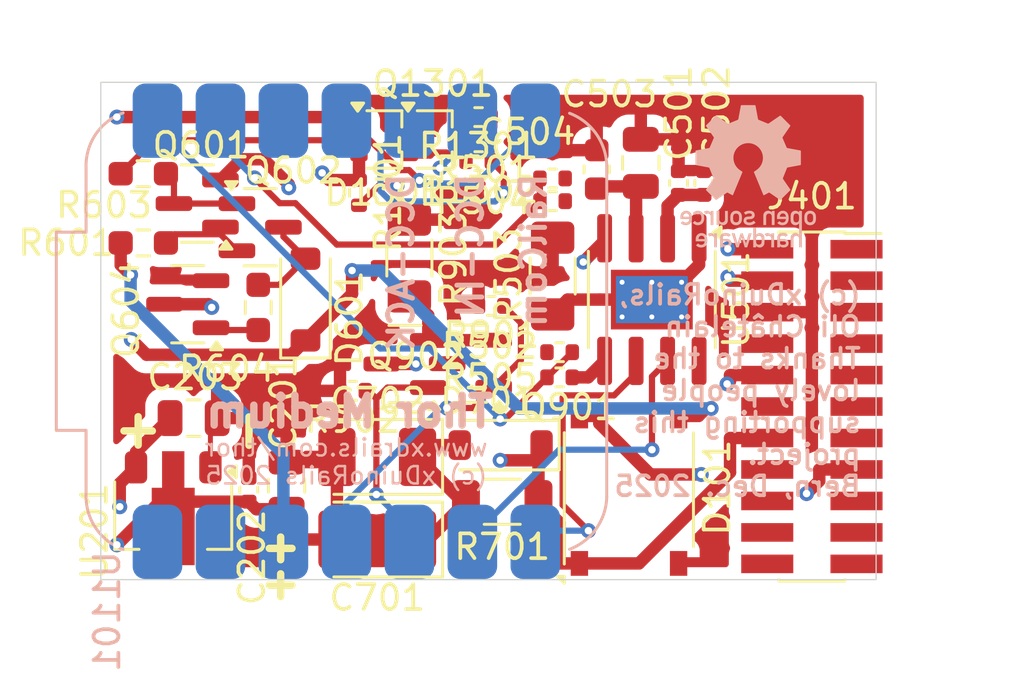
<source format=kicad_pcb>
(kicad_pcb (version 20240108) (generator "pcbnew") (generator_version "8.0")
  (layers (0 "F.Cu" mixed) (1 "In1.Cu" power) (2 "In2.Cu" power) (3 "In3.Cu" signal) (4 "In4.Cu" power) (31 "B.Cu" mixed) (34 "B.Paste" user) (35 "F.Paste" user) (36 "B.SilkS" user "B.Silkscreen") (37 "F.SilkS" user "F.Silkscreen") (38 "B.Mask" user) (39 "F.Mask" user) (44 "Edge.Cuts" user))
  (net 0 "")
  (net 1 "/+U")
  (net 2 "/DCC0")
  (net 3 "GND")
  (net 4 "/DCC1")
  (net 5 "/rails_signal_combined-medium/rails-signal-acknowledge_dcc/DCC+")
  (net 6 "/rails_signal_combined-medium/rails_signal_feedback_dcc-railcom-8x50/RC_SIGNAL")
  (net 7 "/rails_signal_combined-medium/rails-signal-acknowledge_dcc/DCC_ACK_IN")
  (net 8 "/DCC_ACK")
  (net 9 "/RAILCOM_DATA")
  (net 10 "/rails_signal_combined-medium/rails-signal-acknowledge_dcc/DCC+_DROP")
  (net 11 "/rails_signal_combined-medium/rails_signal_feedback_dcc-railcom-8x50/RC_DATA_IN")
  (net 12 "/rails_signal_combined-medium/rails_signal_feedback_dcc-railcom-8x50/RC_CURR")
  (net 13 "/DCC_MM_SIGNAL")
  (net 14 "/AMP_FUNC0")
  (net 15 "/AMP_FUNC1")
  (net 16 "/AMP_MOTOR0")
  (net 17 "/AMP_MOTOR1")
  (net 18 "/EMF_MOTOR1")
  (net 19 "/EMF_MOTOR0")
  (net 20 "/FUNC0")
  (net 21 "/I_FUNC")
  (net 22 "/MOTOR1")
  (net 23 "/MOTOR0")
  (net 24 "/FUNC1")
  (net 25 "/loco-adapter-nem660-21mtc/SPEAKER1")
  (net 26 "/loco-adapter-nem660-21mtc/SPEAKER0")
  (net 27 "/loco-adapter-nem660-21mtc/AUX910_ZBDATA")
  (net 28 "/loco-adapter-nem660-21mtc/AMP_AUX2")
  (net 29 "/loco-adapter-nem660-21mtc/AUX6")
  (net 30 "/loco-adapter-nem660-21mtc/AUX5")
  (net 32 "/loco-adapter-nem660-21mtc/AMP_AUX1")
  (net 33 "/loco-adapter-nem660-21mtc/AMP_AUX3")
  (net 34 "/loco-adapter-nem660-21mtc/AUX89_ZBCLK")
  (net 35 "/loco-adapter-nem660-21mtc/AUX4")
  (net 36 "/loco-adapter-nem660-21mtc/AUX7")
  (net 37 "/loco-adapter-nem660-21mtc/AUX8")
  (net 38 "/+3V3")
  (net 39 "PGND")
  (net 40 "/rails_power-buffer/BUFF_U+")
  (net 42 "Net-(Q604-B)")
  (footprint "Resistor_SMD:R_0402_1005Metric" (layer "F.Cu") (at 159.954 94.199)
    (property "Reference" "R504")
    (property "Value" "1k")
  )
  (footprint "Resistor_SMD:R_0402_1005Metric" (layer "F.Cu") (at 157.478 98.425 180)
    (property "Reference" "R901")
    (property "Value" "10k")
  )
  (footprint "Resistor_SMD:R_1206_3216Metric" (layer "F.Cu") (at 157.9225 106.331 180)
    (property "Reference" "R701")
    (property "Value" "100R")
  )
  (footprint "Diode_SMD:D_SOD-123" (layer "F.Cu") (at 149.987 98.17 90)
    (property "Reference" "D601")
    (property "Value" "1N5819W")
  )
  (footprint "Capacitor_SMD:C_0402_1005Metric" (layer "F.Cu") (at 147.701 105.8475 90)
    (property "Reference" "C202")
    (property "Value" "1u")
  )
  (footprint "Resistor_SMD:R_0603_1608Metric_Pad0.98x0.95mm_HandSolder" (layer "F.Cu") (at 143.447 95.885 180)
    (property "Reference" "R601")
    (property "Value" "20R")
  )
  (footprint "Resistor_SMD:R_1206_3216Metric_Pad1.30x1.75mm_HandSolder" (layer "F.Cu") (at 154.178 96.494 -90)
    (property "Reference" "R903")
    (property "Value" "0R1")
  )
  (footprint "Capacitor_SMD:C_0805_2012Metric" (layer "F.Cu") (at 149.225 105.6825 90)
    (property "Reference" "C201")
    (property "Value" "22uF")
  )
  (footprint "Package_TO_SOT_SMD:SOT-323_SC-70" (layer "F.Cu") (at 153.144 91.709)
    (property "Reference" "D1301")
    (property "Value" "BAT54CW")
  )
  (footprint "xDuinoRail:8x50_SOT-23" (layer "F.Cu") (at 145.2395 98.359 180)
    (property "Reference" "Q604")
    (property "Value" "S8050")
  )
  (footprint "Resistor_SMD:R_0402_1005Metric" (layer "F.Cu") (at 156.972 92.583 180)
    (property "Reference" "R1302")
    (property "Value" "10k")
  )
  (footprint "xDuinoRail:8x50_SOT-23" (layer "F.Cu") (at 145.6205 94.295 180)
    (property "Reference" "Q601")
    (property "Value" "S8550")
  )
  (footprint "Resistor_SMD:R_0402_1005Metric" (layer "F.Cu") (at 156.968 90.805 180)
    (property "Reference" "R1301")
    (property "Value" "100R")
  )
  (footprint "Capacitor_SMD:C_0402_1005Metric" (layer "F.Cu") (at 166.052 93.465 -90)
    (property "Reference" "C502")
    (property "Value" "10uF")
  )
  (footprint "Package_TO_SOT_SMD:SOT-323_SC-70" (layer "F.Cu") (at 155.176 91.709)
    (property "Reference" "Q1301")
    (property "Value" "BSS138W")
  )
  (footprint "Capacitor_SMD:C_0805_2012Metric" (layer "F.Cu") (at 163.512 92.6535 90)
    (property "Reference" "C503")
    (property "Value" "10uF")
  )
  (footprint "Resistor_SMD:R_0603_1608Metric_Pad0.98x0.95mm_HandSolder" (layer "F.Cu") (at 148.082 98.488 -90)
    (property "Reference" "R604")
    (property "Value" "10k")
  )
  (footprint "Capacitor_SMD:C_0402_1005Metric" (layer "F.Cu") (at 165.036 93.465 90)
    (property "Reference" "C501")
    (property "Value" "100nF")
  )
  (footprint "Resistor_SMD:R_0402_1005Metric" (layer "F.Cu") (at 159.952 93.283)
    (property "Reference" "R501")
    (property "Value" "6k8")
  )
  (footprint "Resistor_SMD:R_0402_1005Metric" (layer "F.Cu") (at 152.146 93.855 -90)
    (property "Reference" "R1201")
    (property "Value" "33k")
  )
  (footprint "Capacitor_SMD:C_0805_2012Metric" (layer "F.Cu") (at 145.476 102.9545)
    (property "Reference" "C203")
    (property "Value" "47uF")
  )
  (footprint "Connector_PinSocket_1.27mm:PinSocket_2x11_P1.27mm_Vertical_SMD" (layer "F.Cu") (at 170.412 102.489)
    (property "Reference" "J401")
    (property "Value" "Conn_02x11_Odd_Even")
  )
  (footprint "Diode_SMD:D_SOD-123" (layer "F.Cu") (at 157.86 104.045 180)
    (property "Reference" "D701")
    (property "Value" "1N5819W")
  )
  (footprint "xDuinoRail:8x50_SOT-23" (layer "F.Cu") (at 148.1605 95.25)
    (property "Reference" "Q602")
    (property "Value" "S8550")
  )
  (footprint "Capacitor_Tantalum_SMD:CP_EIA-3528-21_Kemet-B_Pad1.50x2.35mm_HandSolder" (layer "F.Cu") (at 152.882 104.521 180)
    (property "Reference" "C702")
    (property "Value" "100uF")
  )
  (footprint "Resistor_SMD:R_1206_3216Metric_Pad1.30x1.75mm_HandSolder" (layer "F.Cu") (at 159.956 97.221 -90)
    (property "Reference" "R503")
    (property "Value" "0R1")
  )
  (footprint "Resistor_SMD:R_0402_1005Metric" (layer "F.Cu") (at 151.89 101.854 180)
    (property "Reference" "R902")
    (property "Value" "10k")
  )
  (footprint "Package_SO:SOIC-8-1EP_3.9x4.9mm_P1.27mm_EP2.41x3.3mm_ThermalVias" (layer "F.Cu") (at 163.957 98.171 -90)
    (property "Reference" "U501")
    (property "Value" "BDR6133")
  )
  (footprint "Resistor_SMD:R_0402_1005Metric" (layer "F.Cu") (at 160.238 100.295 180)
    (property "Reference" "R505")
    (property "Value" "1k")
  )
  (footprint "Capacitor_Tantalum_SMD:CP_EIA-3528-21_Kemet-B_Pad1.50x2.35mm_HandSolder" (layer "F.Cu") (at 152.882 107.855 180)
    (property "Reference" "C701")
    (property "Value" "100uF")
  )
  (footprint "Diode_SMD:Diode_Bridge_Diotec_ABS" (layer "F.Cu") (at 163.036 105.845 90)
    (property "Reference" "D101")
    (property "Value" "ABS10")
  )
  (footprint "Resistor_SMD:R_0603_1608Metric_Pad0.98x0.95mm_HandSolder" (layer "F.Cu") (at 143.447 93.091 180)
    (property "Reference" "R603")
    (property "Value" "10k")
  )
  (footprint "Capacitor_SMD:C_0603_1608Metric" (layer "F.Cu") (at 161.734 92.916 90)
    (property "Reference" "C504")
    (property "Value" "100nF")
  )
  (footprint "Package_TO_SOT_SMD:SOT-23" (layer "F.Cu") (at 156.6395 100.7595 180)
    (property "Reference" "Q901")
    (property "Value" "BSS138")
  )
  (footprint "Package_TO_SOT_SMD:SOT-23" (layer "F.Cu") (at 154.0025 100.772 180)
    (property "Reference" "Q902")
    (property "Value" "BSS138")
  )
  (footprint "Resistor_SMD:R_0402_1005Metric" (layer "F.Cu") (at 160.238 101.311)
    (property "Reference" "R502")
    (property "Value" "6k8")
  )
  (footprint "Package_TO_SOT_SMD:SOT-89-3" (layer "F.Cu") (at 144.653 106.8915 -90)
    (property "Reference" "U201")
    (property "Value" "HT75xx-1-SOT89" (hide yes))
  )
  (footprint "xDuinoRail:XIAO_SMD" (layer "B.Cu") (at 151.638 99.45 -90)
    (property "Reference" "U1101")
    (property "Value" "MOUDLE-SEEEDUINO-XIAO")
  )
  (gr_poly (pts (xy 166.167875 94.585581) (xy 166.159498 94.586162) (xy 166.151295 94.587119) (xy 166.143258 94.588441) (xy 166.13538 94.590119) (xy 166.127655 94.592143) (xy 166.120076 94.594502) (xy 166.112634 94.597188) (xy 166.105325 94.60019) (xy 166.098139 94.603499) (xy 166.091071 94.607104) (xy 166.084113 94.610995) (xy 166.077258 94.615164) (xy 166.070499 94.6196) (xy 166.06383 94.624292) (xy 166.057243 94.629232) (xy 166.14046 94.728197) (xy 166.145432 94.724548) (xy 166.150245 94.721183) (xy 166.154926 94.718094) (xy 166.159501 94.715274) (xy 166.163997 94.712718) (xy 166.16844 94.710419) (xy 166.172857 94.708369) (xy 166.177274 94.706563) (xy 166.181718 94.704994) (xy 166.186215 94.703656) (xy 166.190792 94.702542) (xy 166.195475 94.701644) (xy 166.200292 94.700958) (xy 166.205267 94.700476) (xy 166.210429 94.700191) (xy 166.215802 94.700098) (xy 166.226324 94.700522) (xy 166.236739 94.701806) (xy 166.246967 94.703966) (xy 166.256931 94.707019) (xy 166.261788 94.708885) (xy 166.26655 94.710981) (xy 166.271207 94.713308) (xy 166.275747 94.715868) (xy 166.280163 94.718665) (xy 166.284443 94.721698) (xy 166.288578 94.724971) (xy 166.292558 94.728487) (xy 166.296373 94.732245) (xy 166.300014 94.73625) (xy 166.30347 94.740503) (xy 166.306731 94.745005) (xy 166.309789 94.74976) (xy 166.312632 94.754769) (xy 166.315251 94.760034) (xy 166.317636 94.765557) (xy 166.319778 94.771341) (xy 166.321666 94.777387) (xy 166.323291 94.783697) (xy 166.324642 94.790274) (xy 166.325711 94.797119) (xy 166.326486 94.804235) (xy 166.326958 94.811624) (xy 166.327118 94.819288) (xy 166.327118 95.162219) (xy 166.441831 95.162219) (xy 166.441831 94.592148) (xy 166.327118 94.592148) (xy 166.327118 94.652854) (xy 166.324895 94.652854) (xy 166.317966 94.644688) (xy 166.310677 94.637047) (xy 166.303038 94.629933) (xy 166.295058 94.623345) (xy 166.286749 94.617284) (xy 166.278119 94.61175) (xy 166.269179 94.606742) (xy 166.259939 94.60226) (xy 166.250409 94.598306) (xy 166.240599 94.594879) (xy 166.23052 94.591978) (xy 166.220181 94.589605) (xy 166.209593 94.587759) (xy 166.198765 94.58644) (xy 166.187708 94.585649) (xy 166.176432 94.585385)) (stroke (width -0.000001)) (fill solid) (layer "B.SilkS"))
  (gr_poly (pts (xy 167.754439 95.891802) (xy 167.752185 95.891802) (xy 167.622899 95.492641) (xy 167.539682 95.492641) (xy 167.410396 95.891802) (xy 167.408078 95.891802) (xy 167.299081 95.492641) (xy 167.177605 95.492641) (xy 167.359723 96.062713) (xy 167.460974 96.062713) (xy 167.580163 95.663519) (xy 167.582418 95.663519) (xy 167.701607 96.062713) (xy 167.802794 96.062713) (xy 167.984944 95.492641) (xy 167.863532 95.492641)) (stroke (width -0.000001)) (fill solid) (layer "B.SilkS"))
  (gr_poly (pts (xy 170.33378 94.585496) (xy 170.325767 94.585823) (xy 170.31796 94.58636) (xy 170.310355 94.587097) (xy 170.30295 94.588028) (xy 170.295742 94.589146) (xy 170.288729 94.590441) (xy 170.281908 94.591908) (xy 170.275276 94.593537) (xy 170.268831 94.595322) (xy 170.262569 94.597256) (xy 170.256489 94.599329) (xy 170.250588 94.601535) (xy 170.244862 94.603866) (xy 170.239309 94.606314) (xy 170.233927 94.608872) (xy 170.223665 94.614287) (xy 170.214052 94.62005) (xy 170.205068 94.626099) (xy 170.196692 94.632373) (xy 170.188902 94.638812) (xy 170.181677 94.645354) (xy 170.174995 94.651939) (xy 170.168836 94.658505) (xy 170.160916 94.667577) (xy 170.15359 94.676734) (xy 170.146846 94.686089) (xy 170.140674 94.695753) (xy 170.135062 94.705838) (xy 170.129998 94.716458) (xy 170.125471 94.727723) (xy 170.121469 94.739745) (xy 170.117981 94.752638) (xy 170.114995 94.766513) (xy 170.1125 94.781482) (xy 170.110485 94.797657) (xy 170.108937 94.81515) (xy 170.107846 94.834073) (xy 170.1072 94.854539) (xy 170.106987 94.87666) (xy 170.1072 94.898965) (xy 170.107846 94.919595) (xy 170.108937 94.938661) (xy 170.110485 94.956278) (xy 170.1125 94.97256) (xy 170.114995 94.987619) (xy 170.117981 95.001568) (xy 170.121469 95.014522) (xy 170.125471 95.026594) (xy 170.129998 95.037898) (xy 170.135062 95.048545) (xy 170.140674 95.058651) (xy 170.146846 95.068329) (xy 170.15359 95.077692) (xy 170.160916 95.086853) (xy 170.168836 95.095925) (xy 170.174995 95.102491) (xy 170.181677 95.109073) (xy 170.188902 95.115613) (xy 170.196692 95.122047) (xy 170.205068 95.128317) (xy 170.214052 95.134361) (xy 170.223665 95.140117) (xy 170.233927 95.145526) (xy 170.244862 95.150527) (xy 170.256489 95.155058) (xy 170.268831 95.159059) (xy 170.281908 95.162469) (xy 170.295742 95.165227) (xy 170.310355 95.167272) (xy 170.325767 95.168544) (xy 170.342001 95.168982) (xy 170.350224 95.168871) (xy 170.358239 95.168544) (xy 170.366049 95.168009) (xy 170.373657 95.167272) (xy 170.381064 95.166343) (xy 170.388273 95.165227) (xy 170.395288 95.163933) (xy 170.402111 95.162469) (xy 170.408745 95.160842) (xy 170.415192 95.159059) (xy 170.421454 95.157129) (xy 170.427536 95.155058) (xy 170.433438 95.152855) (xy 170.439165 95.150527) (xy 170.444719 95.148082) (xy 170.450101 95.145527) (xy 170.460365 95.140118) (xy 170.469979 95.134361) (xy 170.478963 95.128317) (xy 170.48734 95.122048) (xy 170.49513 95.115613) (xy 170.502356 95.109074) (xy 170.509037 95.102491) (xy 170.515197 95.095925) (xy 170.523117 95.086853) (xy 170.530442 95.077693) (xy 170.537184 95.068332) (xy 170.543354 95.058656) (xy 170.548963 95.048552) (xy 170.554025 95.037906) (xy 170.558549 95.026604) (xy 170.562548 95.014534) (xy 170.566033 95.001581) (xy 170.569016 94.987632) (xy 170.571508 94.972574) (xy 170.573521 94.956292) (xy 170.575067 94.938673) (xy 170.576156 94.919604) (xy 170.576801 94.898971) (xy 170.577014 94.87666) (xy 170.462333 94.87666) (xy 170.462252 94.891568) (xy 170.462001 94.905152) (xy 170.461568 94.917513) (xy 170.460942 94.928752) (xy 170.460112 94.938969) (xy 170.459066 94.948265) (xy 170.457793 94.95674) (xy 170.456281 94.964496) (xy 170.454518 94.971633) (xy 170.452493 94.978251) (xy 170.450195 94.984451) (xy 170.447612 94.990335) (xy 170.444733 94.996001) (xy 170.441546 95.001552) (xy 170.43804 95.007088) (xy 170.434203 95.012708) (xy 170.430821 95.017074) (xy 170.427015 95.021288) (xy 170.422807 95.025333) (xy 170.41822 95.029191) (xy 170.413277 95.032844) (xy 170.408001 95.036274) (xy 170.402416 95.039462) (xy 170.396543 95.042391) (xy 170.390407 95.045043) (xy 170.38403 95.0474) (xy 170.377435 95.049443) (xy 170.370645 95.051155) (xy 170.363684 95.052519) (xy 170.356574 95.053515) (xy 170.349339 95.054125) (xy 170.342001 95.054333) (xy 170.334668 95.054125) (xy 170.327437 95.053513) (xy 170.320331 95.052516) (xy 170.313373 95.051151) (xy 170.306587 95.049437) (xy 170.299994 95.047391) (xy 170.293618 95.045033) (xy 170.287482 95.042379) (xy 170.281609 95.039449) (xy 170.276022 95.036259) (xy 170.270745 95.03283) (xy 170.265799 95.029178) (xy 170.261209 95.025322) (xy 170.256996 95.021279) (xy 170.253185 95.017069) (xy 170.251437 95.014906) (xy 170.249799 95.012708) (xy 170.245962 95.007088) (xy 170.242456 95.001554) (xy 170.239271 94.996009) (xy 170.236394 94.990352) (xy 170.233813 94.984485) (xy 170.231518 94.97831) (xy 170.229496 94.971726) (xy 170.227736 94.964635) (xy 170.226227 94.956938) (xy 170.224956 94.948536) (xy 170.223913 94.93933) (xy 170.223085 94.92922) (xy 170.222462 94.918109) (xy 170.222031 94.905896) (xy 170.2217 94.877771) (xy 170.221781 94.862863) (xy 170.222031 94.849277) (xy 170.222462 94.836913) (xy 170.223085 94.82567) (xy 170.223913 94.815449) (xy 170.224956 94.806149) (xy 170.226227 94.79767) (xy 170.227736 94.789911) (xy 170.229496 94.782771) (xy 170.231518 94.776152) (xy 170.233813 94.769951) (xy 170.236394 94.764069) (xy 170.239271 94.758406) (xy 170.242456 94.75286) (xy 170.245962 94.747332) (xy 170.249799 94.741722) (xy 170.253185 94.737356) (xy 170.256996 94.733142) (xy 170.261209 94.729097) (xy 170.265799 94.725239) (xy 170.270745 94.721586) (xy 170.276022 94.718157) (xy 170.281609 94.714969) (xy 170.287482 94.71204) (xy 170.293618 94.709388) (xy 170.299994 94.707031) (xy 170.306587 94.704987) (xy 170.313373 94.703275) (xy 170.320331 94.701912) (xy 170.327437 94.700916) (xy 170.334668 94.700305) (xy 170.342001 94.700098) (xy 170.349339 94.700305) (xy 170.356574 94.700917) (xy 170.363684 94.701915) (xy 170.370645 94.70328) (xy 170.377435 94.704994) (xy 170.38403 94.707039) (xy 170.390407 94.709398) (xy 170.396543 94.712052) (xy 170.402416 94.714982) (xy 170.408001 94.718171) (xy 170.413277 94.721601) (xy 170.41822 94.725253) (xy 170.422807 94.729109) (xy 170.427015 94.733151) (xy 170.430821 94.737362) (xy 170.432566 94.739524) (xy 170.434203 94.741722) (xy 170.43804 94.747332) (xy 170.441546 94.752858) (xy 170.444733 94.758398) (xy 170.447612 94.764052) (xy 170.450195 94.769917) (xy 170.452493 94.776093) (xy 170.454518 94.782678) (xy 170.456281 94.789772) (xy 170.457793 94.797472) (xy 170.459066 94.805878) (xy 170.460112 94.815088) (xy 170.460942 94.825201) (xy 170.461568 94.836316) (xy 170.462001 94.848532) (xy 170.462333 94.87666) (xy 170.577014 94.87666) (xy 170.576801 94.85454) (xy 170.576156 94.834075) (xy 170.575067 94.815152) (xy 170.573521 94.797661) (xy 170.571508 94.781488) (xy 170.569016 94.766521) (xy 170.566033 94.752648) (xy 170.562548 94.739757) (xy 170.558549 94.727736) (xy 170.554025 94.716472) (xy 170.548963 94.705852) (xy 170.543354 94.695766) (xy 170.537184 94.686101) (xy 170.530442 94.676743) (xy 170.523117 94.667582) (xy 170.515197 94.658505) (xy 170.509037 94.651939) (xy 170.502356 94.645354) (xy 170.49513 94.638812) (xy 170.48734 94.632373) (xy 170.478963 94.626099) (xy 170.469979 94.62005) (xy 170.460365 94.614287) (xy 170.450101 94.608872) (xy 170.439165 94.603866) (xy 170.427536 94.599329) (xy 170.415192 94.595323) (xy 170.402111 94.591908) (xy 170.388273 94.589146) (xy 170.373657 94.587097) (xy 170.358239 94.585823) (xy 170.342001 94.585385)) (stroke (width -0.000001)) (fill solid) (layer "B.SilkS"))
  (gr_poly (pts (xy 168.634761 94.585586) (xy 168.626348 94.586187) (xy 168.609451 94.588585) (xy 168.592597 94.592567) (xy 168.575953 94.598122) (xy 168.567761 94.601486) (xy 168.559684 94.605239) (xy 168.551743 94.609379) (xy 168.543958 94.613905) (xy 168.53635 94.618817) (xy 168.528939 94.624111) (xy 168.521748 94.629787) (xy 168.514796 94.635844) (xy 168.508104 94.642279) (xy 168.501694 94.649092) (xy 168.495585 94.656282) (xy 168.489799 94.663845) (xy 168.484356 94.671782) (xy 168.479278 94.680091) (xy 168.474584 94.688771) (xy 168.470296 94.697819) (xy 168.466435 94.707234) (xy 168.463022 94.717016) (xy 168.460076 94.727163) (xy 168.457619 94.737672) (xy 168.455672 94.748544) (xy 168.454256 94.759775) (xy 168.453391 94.771366) (xy 168.453098 94.783314) (xy 168.453098 95.162219) (xy 168.567779 95.162219) (xy 168.567779 94.822717) (xy 168.56792 94.815535) (xy 168.568338 94.808547) (xy 168.569027 94.801755) (xy 168.569982 94.795162) (xy 168.571196 94.788768) (xy 168.572664 94.782578) (xy 168.574379 94.776592) (xy 168.576336 94.770813) (xy 168.578528 94.765244) (xy 168.58095 94.759887) (xy 168.583596 94.754743) (xy 168.586459 94.749816) (xy 168.589534 94.745107) (xy 168.592815 94.740618) (xy 168.596295 94.736353) (xy 168.599969 94.732313) (xy 168.603831 94.7285) (xy 168.607875 94.724917) (xy 168.612095 94.721566) (xy 168.616484 94.718449) (xy 168.621038 94.715568) (xy 168.625749 94.712926) (xy 168.630613 94.710525) (xy 168.635622 94.708368) (xy 168.640772 94.706455) (xy 168.646055 94.704791) (xy 168.651467 94.703376) (xy 168.657001 94.702213) (xy 168.66265 94.701305) (xy 168.668411 94.700654) (xy 168.674275 94.700261) (xy 168.680237 94.70013) (xy 168.686301 94.700261) (xy 168.69226 94.700654) (xy 168.698109 94.701305) (xy 168.703841 94.702213) (xy 168.709452 94.703376) (xy 168.714935 94.704791) (xy 168.720285 94.706455) (xy 168.725495 94.708368) (xy 168.730561 94.710525) (xy 168.735476 94.712926) (xy 168.740234 94.715568) (xy 168.74483 94.718449) (xy 168.749259 94.721566) (xy 168.753513 94.724917) (xy 168.757588 94.7285) (xy 168.761478 94.732312) (xy 168.765176 94.736353) (xy 168.768678 94.740618) (xy 168.771977 94.745106) (xy 168.775068 94.749815) (xy 168.777945 94.754743) (xy 168.780602 94.759886) (xy 168.783033 94.765244) (xy 168.785233 94.770813) (xy 168.787195 94.776591) (xy 168.788915 94.782577) (xy 168.790386 94.788768) (xy 168.791602 94.795161) (xy 168.792558 94.801755) (xy 168.793248 94.808547) (xy 168.793666 94.815535) (xy 168.793807 94.822717) (xy 168.793807 95.162219) (xy 168.908488 95.162219) (xy 168.908488 94.592148) (xy 168.793807 94.592148) (xy 168.793807 94.652854) (xy 168.791521 94.652854) (xy 168.784599 94.644688) (xy 168.777316 94.637047) (xy 168.769682 94.629933) (xy 168.761708 94.623345) (xy 168.753404 94.617284) (xy 168.744779 94.61175) (xy 168.735844 94.606742) (xy 168.726608 94.60226) (xy 168.717083 94.598306) (xy 168.707277 94.594879) (xy 168.697201 94.591978) (xy 168.686865 94.589605) (xy 168.676279 94.587759) (xy 168.665453 94.58644) (xy 168.654398 94.585649) (xy 168.643122 94.585385)) (stroke (width -0.000001)) (fill solid) (layer "B.SilkS"))
  (gr_poly (pts (xy 168.614688 95.486075) (xy 168.606309 95.486656) (xy 168.598103 95.487612) (xy 168.590063 95.488935) (xy 168.582182 95.490612) (xy 168.574453 95.492636) (xy 168.566869 95.494996) (xy 168.559425 95.497682) (xy 168.552112 95.500684) (xy 168.544925 95.503992) (xy 168.537856 95.507597) (xy 168.5309 95.511489) (xy 168.524048 95.515657) (xy 168.517295 95.520093) (xy 168.510633 95.524786) (xy 168.504057 95.529726) (xy 168.587241 95.62869) (xy 168.592214 95.625031) (xy 168.597028 95.621655) (xy 168.60171 95.618558) (xy 168.606287 95.615731) (xy 168.610785 95.613169) (xy 168.61523 95.610864) (xy 168.619649 95.60881) (xy 168.624068 95.607001) (xy 168.628513 95.60543) (xy 168.633011 95.60409) (xy 168.637588 95.602974) (xy 168.642271 95.602076) (xy 168.647085 95.601389) (xy 168.652058 95.600906) (xy 168.657216 95.600622) (xy 168.662584 95.600528) (xy 168.673101 95.600953) (xy 168.683513 95.602239) (xy 168.69374 95.604402) (xy 168.703704 95.607458) (xy 168.708563 95.609326) (xy 168.713326 95.611424) (xy 168.717983 95.613753) (xy 168.722525 95.616315) (xy 168.726943 95.619113) (xy 168.731225 95.622149) (xy 168.735362 95.625424) (xy 168.739344 95.62894) (xy 168.743161 95.632701) (xy 168.746804 95.636707) (xy 168.750263 95.64096) (xy 168.753527 95.645463) (xy 168.756586 95.650218) (xy 168.759432 95.655227) (xy 168.762053 95.660492) (xy 168.764441 95.666014) (xy 168.766584 95.671796) (xy 168.768474 95.67784) (xy 168.770101 95.684148) (xy 168.771453 95.690722) (xy 168.772523 95.697564) (xy 168.773299 95.704676) (xy 168.773772 95.71206) (xy 168.773932 95.719718) (xy 168.773932 96.062713) (xy 168.888613 96.062713) (xy 168.888613 95.492641) (xy 168.773932 95.492641) (xy 168.773932 95.553348) (xy 168.771677 95.553348) (xy 168.764749 95.545181) (xy 168.757461 95.537541) (xy 168.749823 95.530427) (xy 168.741846 95.523839) (xy 168.733538 95.517778) (xy 168.724911 95.512243) (xy 168.715974 95.507235) (xy 168.706737 95.502754) (xy 168.69721 95.4988) (xy 168.687403 95.495372) (xy 168.677327 95.492472) (xy 168.66699 95.490098) (xy 168.656404 95.488252) (xy 168.645578 95.486934) (xy 168.634522 95.486142) (xy 168.623246 95.485879)) (stroke (width -0.000001)) (fill solid) (layer "B.SilkS"))
  (gr_poly (pts (xy 165.80423 94.585506) (xy 165.796274 94.585866) (xy 165.788423 94.58646) (xy 165.780677 94.587284) (xy 165.765504 94.589601) (xy 165.750757 94.59278) (xy 165.736437 94.596782) (xy 165.722546 94.60157) (xy 165.709086 94.607106) (xy 165.696059 94.613352) (xy 165.683467 94.620271) (xy 165.671312 94.627824) (xy 165.659596 94.635974) (xy 165.64832 94.644682) (xy 165.637487 94.653912) (xy 165.627099 94.663625) (xy 165.617157 94.673783) (xy 165.607663 94.68435) (xy 165.691991 94.759692) (xy 165.697398 94.753278) (xy 165.703088 94.747123) (xy 165.709053 94.741247) (xy 165.715285 94.735674) (xy 165.721774 94.730423) (xy 165.728512 94.725516) (xy 165.735492 94.720976) (xy 165.742704 94.716822) (xy 165.75014 94.713077) (xy 165.757791 94.709762) (xy 165.76565 94.706898) (xy 165.773707 94.704507) (xy 165.781954 94.70261) (xy 165.790383 94.701228) (xy 165.798985 94.700384) (xy 165.807751 94.700098) (xy 165.824802 94.700721) (xy 165.840931 94.702611) (xy 165.848643 94.70404) (xy 165.856115 94.705796) (xy 165.863345 94.707882) (xy 165.870329 94.710302) (xy 165.877064 94.71306) (xy 165.883548 94.716159) (xy 165.889776 94.719603) (xy 165.895747 94.723394) (xy 165.901456 94.727537) (xy 165.906902 94.732035) (xy 165.91208 94.736892) (xy 165.916987 94.742111) (xy 165.921622 94.747695) (xy 165.925979 94.753649) (xy 165.930057 94.759975) (xy 165.933852 94.766677) (xy 165.937362 94.773758) (xy 165.940582 94.781223) (xy 165.94351 94.789074) (xy 165.946144 94.797315) (xy 165.948479 94.80595) (xy 165.950512 94.814982) (xy 165.952242 94.824414) (xy 165.953664 94.834251) (xy 165.955573 94.85515) (xy 165.956214 94.877707) (xy 165.956053 94.8891) (xy 165.955572 94.900081) (xy 165.954774 94.910653) (xy 165.953662 94.92082) (xy 165.95224 94.930586) (xy 165.95051 94.939953) (xy 165.948475 94.948924) (xy 165.946139 94.957503) (xy 165.943505 94.965694) (xy 165.940576 94.973499) (xy 165.937354 94.980922) (xy 165.933844 94.987966) (xy 165.930048 94.994634) (xy 165.925969 95.00093) (xy 165.92161 95.006857) (xy 165.916975 95.012418) (xy 165.912067 95.017617) (xy 165.906888 95.022457) (xy 165.901443 95.02694) (xy 165.895733 95.031071) (xy 165.889762 95.034853) (xy 165.883534 95.038288) (xy 165.87705 95.041381) (xy 165.870315 95.044134) (xy 165.863332 95.046551) (xy 165.856103 95.048635) (xy 165.848632 95.05039) (xy 165.840922 95.051818) (xy 165.832976 95.052923) (xy 165.824796 95.053708) (xy 165.816387 95.054177) (xy 165.807751 95.054332) (xy 165.803348 95.05426) (xy 165.798985 95.054046) (xy 165.794663 95.053692) (xy 165.790384 95.053202) (xy 165.781957 95.05182) (xy 165.773711 95.049923) (xy 165.765656 95.047532) (xy 165.757799 95.044668) (xy 165.75015 95.041353) (xy 165.742716 95.037608) (xy 165.735505 95.033455) (xy 165.728526 95.028914) (xy 165.721788 95.024007) (xy 165.715298 95.018757) (xy 165.709065 95.013183) (xy 165.703098 95.007307) (xy 165.697403 95.001152) (xy 165.691991 94.994738) (xy 165.607663 95.07008) (xy 165.617151 95.08063) (xy 165.627089 95.090774) (xy 165.637473 95.100476) (xy 165.648303 95.109697) (xy 165.659576 95.118399) (xy 165.67129 95.126543) (xy 165.683444 95.134093) (xy 165.696035 95.141009) (xy 165.709063 95.147255) (xy 165.722524 95.152791) (xy 165.736416 95.157579) (xy 165.750739 95.161582) (xy 165.76549 95.164762) (xy 165.780667 95.167081) (xy 165.796268 95.1685) (xy 165.812292 95.168981) (xy 165.836873 95.167997) (xy 165.86117 95.165002) (xy 165.885003 95.159936) (xy 165.908192 95.152737) (xy 165.91949 95.148318) (xy 165.930558 95.143344) (xy 165.941377 95.137806) (xy 165.951922 95.131696) (xy 165.962171 95.125007) (xy 165.972103 95.117732) (xy 165.981694 95.109862) (xy 165.990922 95.101389) (xy 165.999764 95.092308) (xy 166.008199 95.082609) (xy 166.016204 95.072284) (xy 166.023756 95.061327) (xy 166.030832 95.04973) (xy 166.037411 95.037485) (xy 166.04347 95.024584) (xy 166.048987 95.01102) (xy 166.053939 94.996784) (xy 166.058303 94.981871) (xy 166.062057 94.96627) (xy 166.065179 94.949976) (xy 166.067647 94.932981) (xy 166.069437 94.915276) (xy 166.070527 94.896854) (xy 166.070896 94.877707) (xy 166.070527 94.858471) (xy 166.069437 94.839965) (xy 166.067647 94.82218) (xy 166.065179 94.80511) (xy 166.062057 94.788746) (xy 166.058303 94.773081) (xy 166.053939 94.758107) (xy 166.048987 94.743815) (xy 166.04347 94.730199) (xy 166.037411 94.71725) (xy 166.030832 94.70496) (xy 166.023756 94.693322) (xy 166.016204 94.682328) (xy 166.008199 94.67197) (xy 165.999764 94.662241) (xy 165.990922 94.653131) (xy 165.981694 94.644635) (xy 165.972103 94.636743) (xy 165.962171 94.629448) (xy 165.951922 94.622742) (xy 165.941377 94.616618) (xy 165.930558 94.611067) (xy 165.91949 94.606082) (xy 165.908192 94.601655) (xy 165.896689 94.597778) (xy 165.885003 94.594443) (xy 165.873156 94.591642) (xy 165.86117 94.589369) (xy 165.849069 94.587614) (xy 165.836873 94.58637) (xy 165.812292 94.585385)) (stroke (width -0.000001)) (fill solid) (layer "B.SilkS"))
  (gr_poly (pts (xy 165.331724 94.585657) (xy 165.320091 94.586469) (xy 165.30859 94.587813) (xy 165.297238 94.589682) (xy 165.286051 94.592069) (xy 165.275047 94.594967) (xy 165.264243 94.598369) (xy 165.253654 94.602267) (xy 165.243299 94.606655) (xy 165.233194 94.611524) (xy 165.223357 94.616868) (xy 165.213803 94.62268) (xy 165.20455 94.628952) (xy 165.195616 94.635678) (xy 165.187016 94.64285) (xy 165.178768 94.65046) (xy 165.170889 94.658503) (xy 165.163395 94.666969) (xy 165.156304 94.675853) (xy 165.149632 94.685148) (xy 165.143397 94.694845) (xy 165.137615 94.704938) (xy 165.132304 94.715419) (xy 165.12748 94.726282) (xy 165.12316 94.737519) (xy 165.119361 94.749123) (xy 165.1161 94.761086) (xy 165.113394 94.773403) (xy 165.111259 94.786064) (xy 165.109714 94.799064) (xy 165.108774 94.812395) (xy 165.108457 94.82605) (xy 165.108457 94.920506) (xy 165.463772 94.920506) (xy 165.463605 94.929122) (xy 165.463109 94.937467) (xy 165.46229 94.945542) (xy 165.461156 94.953347) (xy 165.459711 94.96088) (xy 165.457964 94.968142) (xy 165.45592 94.975133) (xy 165.453587 94.981852) (xy 165.45097 94.9883) (xy 165.448077 94.994475) (xy 165.444913 95.000379) (xy 165.441487 95.006009) (xy 165.437803 95.011368) (xy 165.433868 95.016453) (xy 165.42969 95.021265) (xy 165.425275 95.025804) (xy 165.420629 95.03007) (xy 165.415758 95.034062) (xy 165.410671 95.03778) (xy 165.405372 95.041224) (xy 165.399869 95.044393) (xy 165.394168 95.047288) (xy 165.388276 95.049909) (xy 165.382199 95.052254) (xy 165.375944 95.054324) (xy 165.369517 95.056119) (xy 165.362925 95.057639) (xy 165.356175 95.058882) (xy 165.349274 95.05985) (xy 165.342226 95.060541) (xy 165.335041 95.060956) (xy 165.327723 95.061095) (xy 165.319466 95.060859) (xy 165.311157 95.060156) (xy 165.302818 95.058995) (xy 165.294475 95.057385) (xy 165.286151 95.055333) (xy 165.277873 95.052847) (xy 165.269664 95.049936) (xy 165.261548 95.046609) (xy 165.253551 95.042873) (xy 165.245696 95.038736) (xy 165.238009 95.034208) (xy 165.230514 95.029296) (xy 165.223236 95.024009) (xy 165.216199 95.018354) (xy 165.209427 95.012341) (xy 165.202945 95.005977) (xy 165.119729 95.076779) (xy 165.130455 95.088562) (xy 165.141559 95.099465) (xy 165.15302 95.109505) (xy 165.164819 95.118698) (xy 165.176935 95.127062) (xy 165.189349 95.134611) (xy 165.202041 95.141364) (xy 165.21499 95.147336) (xy 165.228177 95.152543) (xy 165.241582 95.157003) (xy 165.255185 95.160732) (xy 165.268966 95.163745) (xy 165.282904 95.166061) (xy 165.296981 95.167694) (xy 165.311176 95.168662) (xy 165.325469 95.168981) (xy 165.347586 95.168292) (xy 165.369923 95.166107) (xy 165.392252 95.162248) (xy 165.414348 95.156537) (xy 165.435981 95.148796) (xy 165.446554 95.144109) (xy 165.456926 95.138849) (xy 165.467069 95.132992) (xy 165.476954 95.126516) (xy 165.486554 95.1194) (xy 165.495839 95.111621) (xy 165.504782 95.103157) (xy 165.513353 95.093986) (xy 165.521525 95.084085) (xy 165.529269 95.073432) (xy 165.536557 95.062006) (xy 165.54336 95.049783) (xy 165.54965 95.036742) (xy 165.555399 95.022861) (xy 165.560578 95.008116) (xy 165.565158 94.992487) (xy 165.569111 94.97595) (xy 165.57241 94.958484) (xy 165.575025 94.940067) (xy 165.576928 94.920675) (xy 165.57809 94.900288) (xy 165.578484 94.878882) (xy 165.578123 94.858553) (xy 165.577056 94.839086) (xy 165.575837 94.826082) (xy 165.463772 94.826082) (xy 165.22317 94.826082) (xy 165.223623 94.818078) (xy 165.22434 94.810313) (xy 165.225317 94.802787) (xy 165.226548 94.795503) (xy 165.228028 94.78846) (xy 165.229752 94.78166) (xy 165.231716 94.775103) (xy 165.233913 94.768792) (xy 165.236339 94.762726) (xy 165.238988 94.756907) (xy 165.241856 94.751336) (xy 165.244938 94.746013) (xy 165.248227 94.740941) (xy 165.25172 94.736119) (xy 165.255411 94.731549) (xy 165.259294 94.727232) (xy 165.263365 94.723169) (xy 165.267619 94.719361) (xy 165.27205 94.715808) (xy 165.276654 94.712513) (xy 165.281425 94.709475) (xy 165.286357 94.706696) (xy 165.291447 94.704177) (xy 165.296689 94.701919) (xy 165.302077 94.699923) (xy 165.307607 94.69819) (xy 165.313273 94.69672) (xy 165.319071 94.695516) (xy 165.324994 94.694577) (xy 165.331039 94.693906) (xy 165.3372 94.693502) (xy 165.343472 94.693367) (xy 165.349746 94.693502) (xy 165.355917 94.693906) (xy 165.361977 94.694577) (xy 165.36792 94.695516) (xy 165.373742 94.69672) (xy 165.379437 94.69819) (xy 165.384997 94.699923) (xy 165.390419 94.701919) (xy 165.395696 94.704177) (xy 165.400822 94.706696) (xy 165.405791 94.709475) (xy 165.410599 94.712513) (xy 165.415238 94.715808) (xy 165.419703 94.719361) (xy 165.423989 94.723169) (xy 165.428089 94.727232) (xy 165.431998 94.731549) (xy 165.43571 94.736119) (xy 165.43922 94.740941) (xy 165.442521 94.746013) (xy 165.445608 94.751336) (xy 165.448475 94.756907) (xy 165.451116 94.762726) (xy 165.453525 94.768791) (xy 165.455697 94.775103) (xy 165.457626 94.781659) (xy 165.459307 94.78846) (xy 165.460732 94.795502) (xy 165.461897 94.802787) (xy 165.462796 94.810313) (xy 165.463423 94.818078) (xy 165.463772 94.826082) (xy 165.575837 94.826082) (xy 165.57531 94.820466) (xy 165.572909 94.802679) (xy 165.569879 94.785712) (xy 165.566245 94.76955) (xy 165.562034 94.754178) (xy 165.55727 94.739583) (xy 165.551979 94.72575) (xy 165.546186 94.712665) (xy 165.539918 94.700315) (xy 165.533199 94.688684) (xy 165.526055 94.677759) (xy 165.518512 94.667525) (xy 165.510594 94.657969) (xy 165.502328 94.649075) (xy 165.493739 94.640831) (xy 165.484852 94.633221) (xy 165.475694 94.626232) (xy 165.466288 94.619849) (xy 165.456662 94.614058) (xy 165.44684 94.608845) (xy 165.436848 94.604196) (xy 165.426711 94.600097) (xy 165.416455 94.596533) (xy 165.406106 94.59349) (xy 165.395688 94.590954) (xy 165.385228 94.588911) (xy 165.364282 94.586247) (xy 165.343471 94.585385)) (stroke (width -0.000001)) (fill solid) (layer "B.SilkS"))
  (gr_poly (pts (xy 166.309998 95.486075) (xy 166.301627 95.486656) (xy 166.293426 95.487612) (xy 166.285389 95.488935) (xy 166.277509 95.490612) (xy 166.26978 95.492636) (xy 166.262195 95.494996) (xy 166.254748 95.497682) (xy 166.247432 95.500684) (xy 166.240241 95.503992) (xy 166.233169 95.507597) (xy 166.226208 95.511489) (xy 166.219353 95.515657) (xy 166.212597 95.520093) (xy 166.205933 95.524786) (xy 166.199356 95.529726) (xy 166.282573 95.62869) (xy 166.287545 95.625031) (xy 166.292358 95.621655) (xy 166.297039 95.618558) (xy 166.301614 95.615731) (xy 166.30611 95.613169) (xy 166.310553 95.610864) (xy 166.31497 95.60881) (xy 166.319387 95.607001) (xy 166.323831 95.60543) (xy 166.328328 95.60409) (xy 166.332905 95.602974) (xy 166.337589 95.602076) (xy 166.342405 95.601389) (xy 166.34738 95.600906) (xy 166.352542 95.600622) (xy 166.357916 95.600528) (xy 166.368437 95.600953) (xy 166.378852 95.602239) (xy 166.38908 95.604402) (xy 166.399044 95.607458) (xy 166.403902 95.609326) (xy 166.408664 95.611424) (xy 166.41332 95.613753) (xy 166.417861 95.616315) (xy 166.422276 95.619113) (xy 166.426556 95.622149) (xy 166.430691 95.625424) (xy 166.434671 95.62894) (xy 166.438486 95.632701) (xy 166.442127 95.636707) (xy 166.445583 95.64096) (xy 166.448845 95.645463) (xy 166.451902 95.650218) (xy 166.454745 95.655227) (xy 166.457364 95.660492) (xy 166.45975 95.666014) (xy 166.461891 95.671796) (xy 166.463779 95.67784) (xy 166.465404 95.684148) (xy 166.466755 95.690722) (xy 166.467824 95.697564) (xy 166.468599 95.704676) (xy 166.469071 95.71206) (xy 166.469231 95.719718) (xy 166.469231 96.062713) (xy 166.58388 96.062713) (xy 166.58388 95.492641) (xy 166.469231 95.492641) (xy 166.469231 95.553348) (xy 166.466945 95.553348) (xy 166.460017 95.545181) (xy 166.45273 95.537541) (xy 166.445094 95.530427) (xy 166.437118 95.523839) (xy 166.428813 95.517778) (xy 166.420189 95.512243) (xy 166.411254 95.507235) (xy 166.40202 95.502754) (xy 166.392496 95.4988) (xy 166.382693 95.495372) (xy 166.372619 95.492472) (xy 166.362285 95.490098) (xy 166.351701 95.488252) (xy 166.340876 95.486934) (xy 166.329821 95.486142) (xy 166.318546 95.485879)) (stroke (width -0.000001)) (fill solid) (layer "B.SilkS"))
  (gr_poly (pts (xy 167.87501 94.585802) (xy 167.857347 94.586847) (xy 167.840388 94.588564) (xy 167.8241 94.590935) (xy 167.808453 94.593938) (xy 167.793415 94.597554) (xy 167.778954 94.601764) (xy 167.765039 94.606547) (xy 167.751639 94.611883) (xy 167.738723 94.617754) (xy 167.726257 94.624138) (xy 167.714212 94.631017) (xy 167.702556 94.63837) (xy 167.691256 94.646178) (xy 167.680282 94.65442) (xy 167.669603 94.663078) (xy 167.740406 94.746231) (xy 167.748853 94.740458) (xy 167.757348 94.734936) (xy 167.765914 94.729683) (xy 167.774572 94.724715) (xy 167.783343 94.720049) (xy 167.792247 94.715701) (xy 167.801308 94.711689) (xy 167.810545 94.708028) (xy 167.819981 94.704735) (xy 167.829636 94.701827) (xy 167.839533 94.699322) (xy 167.849692 94.697234) (xy 167.860134 94.695581) (xy 167.870882 94.69438) (xy 167.881955 94.693647) (xy 167.893377 94.693399) (xy 167.900085 94.693484) (xy 167.906515 94.693737) (xy 167.91267 94.694155) (xy 167.918554 94.694734) (xy 167.924173 94.69547) (xy 167.92953 94.69636) (xy 167.93463 94.6974) (xy 167.939478 94.698587) (xy 167.944076 94.699918) (xy 167.948431 94.701388) (xy 167.952545 94.702995) (xy 167.956424 94.704734) (xy 167.960071 94.706603) (xy 167.963491 94.708597) (xy 167.966689 94.710714) (xy 167.969668 94.712949) (xy 167.972434 94.7153) (xy 167.974989 94.717762) (xy 167.97734 94.720332) (xy 167.979489 94.723007) (xy 167.981441 94.725782) (xy 167.983201 94.728656) (xy 167.984773 94.731623) (xy 167.986161 94.734681) (xy 167.98737 94.737826) (xy 167.988403 94.741054) (xy 167.989266 94.744362) (xy 167.989962 94.747747) (xy 167.990496 94.751204) (xy 167.990872 94.754731) (xy 167.991094 94.758324) (xy 167.991167 94.761979) (xy 167.990951 94.766612) (xy 167.990283 94.771215) (xy 167.989131 94.775758) (xy 167.987463 94.780213) (xy 167.985249 94.78455) (xy 167.982457 94.788739) (xy 167.979056 94.79275) (xy 167.977117 94.79468) (xy 167.975014 94.796555) (xy 167.972743 94.79837) (xy 167.970301 94.800122) (xy 167.967682 94.801808) (xy 167.964883 94.803424) (xy 167.961901 94.804966) (xy 167.958732 94.80643) (xy 167.951814 94.80911) (xy 167.944099 94.811435) (xy 167.935555 94.813376) (xy 167.926151 94.814903) (xy 167.915856 94.815986) (xy 167.8214 94.822685) (xy 167.810534 94.82361) (xy 167.80008 94.824902) (xy 167.790032 94.826554) (xy 167.780387 94.828556) (xy 167.77114 94.830901) (xy 167.762287 94.833581) (xy 167.753824 94.836587) (xy 167.745746 94.839911) (xy 167.738048 94.843545) (xy 167.730727 94.84748) (xy 167.723778 94.851708) (xy 167.717197 94.856221) (xy 167.710979 94.861011) (xy 167.705121 94.866069) (xy 167.699617 94.871388) (xy 167.694463 94.876958) (xy 167.689656 94.882772) (xy 167.68519 94.888821) (xy 167.681062 94.895097) (xy 167.677266 94.901592) (xy 167.673799 94.908298) (xy 167.670657 94.915206) (xy 167.667834 94.922308) (xy 167.665327 94.929596) (xy 167.663131 94.937061) (xy 167.661242 94.944696) (xy 167.658367 94.96044) (xy 167.656668 94.976762) (xy 167.656109 94.993595) (xy 167.65641 95.003895) (xy 167.657303 95.013915) (xy 167.658776 95.023651) (xy 167.660813 95.033102) (xy 167.663403 95.042263) (xy 167.66653 95.051131) (xy 167.670182 95.059704) (xy 167.674345 95.067979) (xy 167.679006 95.075952) (xy 167.68415 95.08362) (xy 167.689765 95.090981) (xy 167.695836 95.098031) (xy 167.70235 95.104766) (xy 167.709294 95.111185) (xy 167.716653 95.117284) (xy 167.724415 95.12306) (xy 167.732566 95.128509) (xy 167.741092 95.133629) (xy 167.759215 95.142869) (xy 167.778675 95.150755) (xy 167.799364 95.157263) (xy 167.821173 95.162367) (xy 167.843993 95.166043) (xy 167.867717 95.168267) (xy 167.892234 95.169014) (xy 167.909442 95.168618) (xy 167.926483 95.16743) (xy 167.94335 95.165447) (xy 167.960035 95.162669) (xy 167.976529 95.159093) (xy 167.992824 95.154718) (xy 168.008911 95.149543) (xy 168.024782 95.143566) (xy 168.04043 95.136785) (xy 168.055845 95.129199) (xy 168.07102 95.120806) (xy 168.085946 95.111605) (xy 168.100614 95.101593) (xy 168.115018 95.09077) (xy 168.129148 95.079134) (xy 168.142996 95.066683) (xy 168.063176 94.988007) (xy 168.053844 94.996801) (xy 168.044379 95.005039) (xy 168.034757 95.012717) (xy 168.02495 95.019835) (xy 168.014932 95.026392) (xy 168.004676 95.032386) (xy 167.994157 95.037816) (xy 167.983348 95.04268) (xy 167.972223 95.046978) (xy 167.960755 95.050706) (xy 167.948919 95.053865) (xy 167.936687 95.056453) (xy 167.924033 95.058468) (xy 167.910932 95.059909) (xy 167.897356 95.060775) (xy 167.88328 95.061063) (xy 167.877223 95.060991) (xy 167.871276 95.060774) (xy 167.865444 95.060413) (xy 167.859734 95.059908) (xy 167.854149 95.059258) (xy 167.848697 95.058465) (xy 167.843382 95.057528) (xy 167.83821 95.056448) (xy 167.833185 95.055225) (xy 167.828314 95.053859) (xy 167.823601 95.05235) (xy 167.819053 95.050698) (xy 167.814674 95.048904) (xy 167.81047 95.046967) (xy 167.806446 95.044889) (xy 167.802607 95.042668) (xy 167.79896 95.040306) (xy 167.795509 95.037803) (xy 167.79226 95.035158) (xy 167.789217 95.032372) (xy 167.786388 95.029446) (xy 167.783776 95.026378) (xy 167.781387 95.02317) (xy 167.779227 95.019822) (xy 167.777301 95.016333) (xy 167.775614 95.012705) (xy 167.774172 95.008937) (xy 167.77298 95.005029) (xy 167.772044 95.000982) (xy 167.771369 94.996796) (xy 167.770959 94.992471) (xy 167.770822 94.988007) (xy 167.77091 94.984294) (xy 167.771172 94.980741) (xy 167.771604 94.977346) (xy 167.772202 94.974105) (xy 167.772962 94.971015) (xy 167.77388 94.968072) (xy 167.774952 94.965272) (xy 167.776175 94.962612) (xy 167.777545 94.960089) (xy 167.779057 94.957699) (xy 167.780708 94.955439) (xy 167.782493 94.953305) (xy 167.78441 94.951294) (xy 167.786454 94.949402) (xy 167.788621 94.947626) (xy 167.790908 94.945962) (xy 167.79331 94.944407) (xy 167.795823 94.942958) (xy 167.801169 94.94036) (xy 167.806914 94.938143) (xy 167.813028 94.936277) (xy 167.819479 94.934736) (xy 167.826236 94.933491) (xy 167.833269 94.932514) (xy 167.840545 94.931778) (xy 167.941764 94.922792) (xy 167.959168 94.920751) (xy 167.975927 94.917585) (xy 167.984044 94.915584) (xy 167.991976 94.913305) (xy 167.999713 94.910751) (xy 168.007247 94.907921) (xy 168.014571 94.904819) (xy 168.021676 94.901444) (xy 168.028554 94.897798) (xy 168.035196 94.893882) (xy 168.041595 94.889698) (xy 168.047742 94.885247) (xy 168.053629 94.88053) (xy 168.059247 94.875548) (xy 168.064588 94.870303) (xy 168.069645 94.864796) (xy 168.074409 94.859027) (xy 168.078871 94.852999) (xy 168.083024 94.846713) (xy 168.086859 94.840169) (xy 168.090367 94.83337) (xy 168.093542 94.826316) (xy 168.096374 94.819008) (xy 168.098855 94.811449) (xy 168.100976 94.803638) (xy 168.102731 94.795578) (xy 168.10411 94.78727) (xy 168.105105 94.778714) (xy 168.105709 94.769913) (xy 168.105911 94.760867) (xy 168.105643 94.750173) (xy 168.104847 94.73981) (xy 168.103533 94.729777) (xy 168.101715 94.720075) (xy 168.099403 94.710706) (xy 168.09661 94.701669) (xy 168.093346 94.692965) (xy 168.089625 94.684595) (xy 168.085458 94.676559) (xy 168.080855 94.668858) (xy 168.07583 94.661493) (xy 168.070394 94.654464) (xy 168.064559 94.647773) (xy 168.058335 94.641418) (xy 168.051736 94.635402) (xy 168.044773 94.629724) (xy 168.037457 94.624386) (xy 168.0298 94.619387) (xy 168.021815 94.614729) (xy 168.013512 94.610413) (xy 168.004904 94.606438) (xy 167.996002 94.602805) (xy 167.977364 94.59657) (xy 167.957692 94.591712) (xy 167.937079 94.588236) (xy 167.91562 94.586146) (xy 167.893409 94.585449)) (stroke (width -0.000001)) (fill solid) (layer "B.SilkS"))
  (gr_poly (pts (xy 166.921341 95.486444) (xy 166.896623 95.488183) (xy 166.873085 95.491165) (xy 166.861784 95.493143) (xy 166.850807 95.495456) (xy 166.840164 95.498114) (xy 166.829864 95.501125) (xy 166.819919 95.504496) (xy 166.810336 95.508238) (xy 166.801127 95.512357) (xy 166.7923 95.516862) (xy 166.783865 95.521763) (xy 166.775833 95.527067) (xy 166.768212 95.532782) (xy 166.761012 95.538917) (xy 166.754244 95.545481) (xy 166.747916 95.552483) (xy 166.742039 95.559929) (xy 166.736622 95.567829) (xy 166.731675 95.576192) (xy 166.727208 95.585025) (xy 166.72323 95.594338) (xy 166.71975 95.604138) (xy 166.71678 95.614434) (xy 166.714327 95.625234) (xy 166.712403 95.636547) (xy 166.711017 95.648382) (xy 166.710178 95.660746) (xy 166.709896 95.673648) (xy 166.709896 96.062713) (xy 166.82464 96.062713) (xy 166.82464 96.012103) (xy 166.826863 96.012103) (xy 166.831482 96.019241) (xy 166.836505 96.025881) (xy 166.841962 96.032029) (xy 166.847888 96.037691) (xy 166.854315 96.04287) (xy 166.861275 96.047572) (xy 166.868802 96.051802) (xy 166.876929 96.055565) (xy 166.885687 96.058867) (xy 166.895111 96.061712) (xy 166.905232 96.064105) (xy 166.916084 96.066052) (xy 166.927699 96.067558) (xy 166.94011 96.068626) (xy 166.95335 96.069264) (xy 166.967452 96.069476) (xy 166.979209 96.069256) (xy 166.990652 96.068605) (xy 167.001778 96.067532) (xy 167.012583 96.066045) (xy 167.023062 96.064155) (xy 167.033212 96.06187) (xy 167.043029 96.059201) (xy 167.052509 96.056157) (xy 167.061649 96.052747) (xy 167.070443 96.048981) (xy 167.078889 96.044868) (xy 167.086982 96.040418) (xy 167.094718 96.03564) (xy 167.102094 96.030544) (xy 167.109105 96.025138) (xy 167.115748 96.019434) (xy 167.122019 96.013439) (xy 167.127914 96.007164) (xy 167.133429 96.000618) (xy 167.138559 95.993811) (xy 167.143302 95.986751) (xy 167.147653 95.979449) (xy 167.151608 95.971914) (xy 167.155163 95.964155) (xy 167.158315 95.956182) (xy 167.161059 95.948004) (xy 167.163392 95.939631) (xy 167.165309 95.931072) (xy 167.166808 95.922337) (xy 167.167882 95.913435) (xy 167.16853 95.904376) (xy 167.168747 95.895168) (xy 167.168625 95.889548) (xy 167.060734 95.889548) (xy 167.060374 95.89665) (xy 167.059277 95.903606) (xy 167.057418 95.910371) (xy 167.054774 95.916903) (xy 167.05315 95.920068) (xy 167.051319 95.92316) (xy 167.04928 95.926171) (xy 167.047029 95.929097) (xy 167.044564 95.931933) (xy 167.04188 95.934673) (xy 167.038975 95.937312) (xy 167.035846 95.939844) (xy 167.032489 95.942264) (xy 167.028903 95.944568) (xy 167.025083 95.946748) (xy 167.021026 95.948801) (xy 167.01673 95.95072) (xy 167.012191 95.9525) (xy 167.007407 95.954137) (xy 167.002374 95.955623) (xy 166.991549 95.958127) (xy 166.979692 95.959969) (xy 166.966778 95.961105) (xy 166.952784 95.961494) (xy 166.935595 95.961359) (xy 166.919838 95.960886) (xy 166.905467 95.959976) (xy 166.892439 95.958528) (xy 166.886414 95.95757) (xy 166.880708 95.95644) (xy 166.875316 95.955125) (xy 166.870231 95.953613) (xy 166.865448 95.95189) (xy 166.860962 95.949945) (xy 166.856768 95.947765) (xy 166.852858 95.945337) (xy 166.849229 95.942648) (xy 166.845874 95.939687) (xy 166.842788 95.93644) (xy 166.839966 95.932895) (xy 166.837401 95.92904) (xy 166.835088 95.924861) (xy 166.833022 95.920346) (xy 166.831197 95.915483) (xy 166.829607 95.910259) (xy 166.828248 95.904662) (xy 166.827113 95.898678) (xy 166.826196 95.892296) (xy 166.825493 95.885502) (xy 166.824998 95.878285) (xy 166.824705 95.870631) (xy 166.824609 95.862528) (xy 166.824609 95.820904) (xy 166.961769 95.820904) (xy 166.967989 95.820983) (xy 166.973999 95.821218) (xy 166.9798 95.821607) (xy 166.985392 95.822147) (xy 166.990777 95.822836) (xy 166.995956 95.823672) (xy 167.000928 95.824653) (xy 167.005696 95.825777) (xy 167.010259 95.82704) (xy 167.014619 95.828441) (xy 167.018776 95.829978) (xy 167.022731 95.831648) (xy 167.026486 95.83345) (xy 167.03004 95.83538) (xy 167.033396 95.837436) (xy 167.036552 95.839617) (xy 167.039511 95.84192) (xy 167.042273 95.844342) (xy 167.044839 95.846882) (xy 167.04721 95.849537) (xy 167.049387 95.852304) (xy 167.05137 95.855183) (xy 167.05316 95.858169) (xy 167.054758 95.861262) (xy 167.056165 95.864458) (xy 167.057382 95.867756) (xy 167.05841 95.871154) (xy 167.059249 95.874648) (xy 167.0599 95.878236) (xy 167.060364 95.881918) (xy 167.060641 95.885689) (xy 167.060734 95.889548) (xy 167.168625 95.889548) (xy 167.168563 95.886673) (xy 167.168009 95.878268) (xy 167.167088 95.869965) (xy 167.1658 95.861776) (xy 167.164145 95.853713) (xy 167.162123 95.845787) (xy 167.159737 95.838011) (xy 167.156985 95.830395) (xy 167.15387 95.822952) (xy 167.150391 95.815694) (xy 167.146549 95.808632) (xy 167.142345 95.801778) (xy 167.137779 95.795144) (xy 167.132853 95.788741) (xy 167.127566 95.782582) (xy 167.12192 95.776677) (xy 167.115915 95.771039) (xy 167.109551 95.76568) (xy 167.10283 95.760611) (xy 167.095752 95.755844) (xy 167.088317 95.751391) (xy 167.080527 95.747264) (xy 167.072381 95.743474) (xy 167.063881 95.740032) (xy 167.055028 95.736952) (xy 167.045821 95.734244) (xy 167.036262 95.731921) (xy 167.02635 95.729994) (xy 167.016088 95.728474) (xy 167.005475 95.727374) (xy 166.994512 95.726706) (xy 166.9832 95.72648) (xy 166.82464 95.72648) (xy 166.82464 95.666886) (xy 166.825052 95.657175) (xy 166.82557 95.652618) (xy 166.826299 95.648256) (xy 166.827241 95.644087) (xy 166.828399 95.640107) (xy 166.829775 95.636313) (xy 166.83137 95.632704) (xy 166.833189 95.629275) (xy 166.835232 95.626024) (xy 166.837502 95.622948) (xy 166.840001 95.620045) (xy 166.842731 95.617311) (xy 166.845696 95.614743) (xy 166.848896 95.61234) (xy 166.852334 95.610097) (xy 166.856014 95.608012) (xy 166.859935 95.606083) (xy 166.868517 95.602678) (xy 166.878097 95.599859) (xy 166.888693 95.597605) (xy 166.900324 95.595891) (xy 166.913008 95.594695) (xy 166.926763 95.593994) (xy 166.941607 95.593765) (xy 166.952418 95.5939) (xy 166.962524 95.594315) (xy 166.97196 95.595023) (xy 166.980762 95.596041) (xy 166.984936 95.59667) (xy 166.988964 95.597382) (xy 166.99285 95.598178) (xy 166.9966 95.599061) (xy 167.000217 95.600032) (xy 167.003705 95.601093) (xy 167.00707 95.602246) (xy 167.010315 95.603493) (xy 167.013444 95.604835) (xy 167.016462 95.606274) (xy 167.019374 95.607813) (xy 167.022184 95.609453) (xy 167.024895 95.611195) (xy 167.027513 95.613043) (xy 167.030041 95.614996) (xy 167.032485 95.617059) (xy 167.034848 95.619231) (xy 167.037134 95.621515) (xy 167.039349 95.623913) (xy 167.041496 95.626427) (xy 167.04358 95.629058) (xy 167.045604 95.631809) (xy 167.047574 95.634681) (xy 167.049494 95.637676) (xy 167.139473 95.569096) (xy 167.131027 95.558146) (xy 167.122126 95.548072) (xy 167.112766 95.53885) (xy 167.102942 95.530456) (xy 167.09265 95.522867) (xy 167.081885 95.51606) (xy 167.070642 95.510011) (xy 167.058916 95.504699) (xy 167.046703 95.500098) (xy 167.033997 95.496186) (xy 167.020795 95.492939) (xy 167.007091 95.490336) (xy 166.992881 95.488351) (xy 166.978159 95.486962) (xy 166.962922 95.486146) (xy 166.947164 95.485879)) (stroke (width -0.000001)) (fill solid) (layer "B.SilkS"))
  (gr_poly (pts (xy 169.734257 94.585781) (xy 169.721858 94.586854) (xy 169.709902 94.588605) (xy 169.698388 94.591006) (xy 169.687315 94.594026) (xy 169.676681 94.597636) (xy 169.666485 94.601806) (xy 169.656725 94.606507) (xy 169.647399 94.611708) (xy 169.638506 94.617381) (xy 169.630045 94.623495) (xy 169.622014 94.630021) (xy 169.614411 94.636928) (xy 169.607236 94.644189) (xy 169.600487 94.651772) (xy 169.594161 94.659648) (xy 169.588522 94.667225) (xy 169.583389 94.674878) (xy 169.578744 94.682765) (xy 169.574567 94.691042) (xy 169.572647 94.695376) (xy 169.570837 94.699866) (xy 169.569134 94.704532) (xy 169.567536 94.709394) (xy 169.566039 94.71447) (xy 169.564642 94.719781) (xy 169.562137 94.731185) (xy 169.560001 94.743762) (xy 169.558214 94.757668) (xy 169.556756 94.773061) (xy 169.555607 94.790097) (xy 169.554748 94.808933) (xy 169.554159 94.829724) (xy 169.55382 94.852629) (xy 169.553712 94.877802) (xy 169.554159 94.925495) (xy 169.555607 94.964837) (xy 169.556756 94.981763) (xy 169.558214 94.997065) (xy 169.560001 95.010898) (xy 169.562137 95.023416) (xy 169.564642 95.034774) (xy 169.567536 95.045126) (xy 169.570837 95.054628) (xy 169.574567 95.063433) (xy 169.578744 95.071696) (xy 169.583389 95.079572) (xy 169.588522 95.087216) (xy 169.594161 95.094782) (xy 169.600487 95.102658) (xy 169.607236 95.110241) (xy 169.614411 95.117502) (xy 169.622014 95.12441) (xy 169.630045 95.130935) (xy 169.638506 95.137049) (xy 169.647399 95.142722) (xy 169.656725 95.147923) (xy 169.666485 95.152624) (xy 169.671529 95.154777) (xy 169.676681 95.156794) (xy 169.681944 95.158671) (xy 169.687315 95.160404) (xy 169.692797 95.16199) (xy 169.698388 95.163424) (xy 169.70409 95.164704) (xy 169.709902 95.165825) (xy 169.715825 95.166784) (xy 169.721858 95.167576) (xy 169.728002 95.168199) (xy 169.734257 95.168649) (xy 169.740623 95.168922) (xy 169.747101 95.169013) (xy 169.757924 95.1687) (xy 169.768469 95.167775) (xy 169.778751 95.166256) (xy 169.788783 95.164164) (xy 169.798577 95.161519) (xy 169.808146 95.158339) (xy 169.817505 95.154647) (xy 169.826666 95.150459) (xy 169.835643 95.145798) (xy 169.844448 95.140682) (xy 169.853095 95.135131) (xy 169.861597 95.129164) (xy 169.869968 95.122803) (xy 169.87822 95.116066) (xy 169.886366 95.108973) (xy 169.894421 95.101544) (xy 169.894834 95.553347) (xy 169.887509 95.54518) (xy 169.879875 95.53754) (xy 169.871938 95.530426) (xy 169.863704 95.523838) (xy 169.85518 95.517777) (xy 169.846373 95.512242) (xy 169.83729 95.507234) (xy 169.827936 95.502753) (xy 169.818319 95.498799) (xy 169.808446 95.495372) (xy 169.798322 95.492471) (xy 169.787954 95.490098) (xy 169.77735 95.488252) (xy 169.766515 95.486933) (xy 169.755456 95.486142) (xy 169.74418 95.485878) (xy 169.735819 95.486079) (xy 169.727406 95.48668) (xy 169.718963 95.48768) (xy 169.710509 95.489078) (xy 169.702066 95.490871) (xy 169.693655 95.493059) (xy 169.685296 95.495641) (xy 169.677011 95.498614) (xy 169.668819 95.501977) (xy 169.660742 95.50573) (xy 169.652801 95.50987) (xy 169.645016 95.514395) (xy 169.637408 95.519305) (xy 169.629998 95.524599) (xy 169.622806 95.530274) (xy 169.615854 95.536329) (xy 169.609163 95.542763) (xy 169.602752 95.549574) (xy 169.596643 95.556762) (xy 169.590857 95.564323) (xy 169.585414 95.572258) (xy 169.580336 95.580564) (xy 169.575642 95.58924) (xy 169.571355 95.598285) (xy 169.567494 95.607697) (xy 169.56408 95.617475) (xy 169.561134 95.627618) (xy 169.558678 95.638123) (xy 169.556731 95.64899) (xy 169.555314 95.660216) (xy 169.554449 95.671802) (xy 169.554156 95.683744) (xy 169.554156 96.062712) (xy 169.668837 96.062712) (xy 169.668837 95.723146) (xy 169.668978 95.715965) (xy 169.669396 95.708977) (xy 169.670085 95.702185) (xy 169.67104 95.695591) (xy 169.672254 95.689197) (xy 169.673722 95.683007) (xy 169.675437 95.677021) (xy 169.677394 95.671242) (xy 169.679587 95.665673) (xy 169.682009 95.660316) (xy 169.684654 95.655172) (xy 169.687517 95.650245) (xy 169.690592 95.645536) (xy 169.693873 95.641048) (xy 169.697354 95.636782) (xy 169.701028 95.632742) (xy 169.70489 95.62893) (xy 169.708933 95.625346) (xy 169.713153 95.621995) (xy 169.717543 95.618878) (xy 169.722096 95.615998) (xy 169.726808 95.613356) (xy 169.731671 95.610955) (xy 169.73668 95.608797) (xy 169.74183 95.606885) (xy 169.747113 95.605221) (xy 169.752525 95.603806) (xy 169.758059 95.602643) (xy 169.763709 95.601735) (xy 169.769469 95.601084) (xy 169.775333 95.600691) (xy 169.781296 95.60056) (xy 169.787359 95.600691) (xy 169.793318 95.601084) (xy 169.799166 95.601735) (xy 169.804898 95.602643) (xy 169.810508 95.603806) (xy 169.81599 95.605221) (xy 169.821339 95.606885) (xy 169.826548 95.608798) (xy 169.831613 95.610955) (xy 169.836526 95.613356) (xy 169.841284 95.615998) (xy 169.845878 95.618879) (xy 169.850305 95.621995) (xy 169.854558 95.625347) (xy 169.858632 95.62893) (xy 169.86252 95.632742) (xy 169.866217 95.636783) (xy 169.869718 95.641048) (xy 169.873015 95.645536) (xy 169.876105 95.650245) (xy 169.87898 95.655172) (xy 169.881636 95.660316) (xy 169.884066 95.665673) (xy 169.886264 95.671243) (xy 169.888226 95.677021) (xy 169.889944 95.683007) (xy 169.891414 95.689198) (xy 169.89263 95.695591) (xy 169.893585 95.702185) (xy 169.894275 95.708977) (xy 169.894693 95.715965) (xy 169.894834 95.723146) (xy 169.894834 96.062713) (xy 170.009546 96.062713) (xy 170.009546 94.87777) (xy 169.894421 94.87777) (xy 169.893971 94.90893) (xy 169.893198 94.924554) (xy 169.891873 94.939997) (xy 169.889857 94.955104) (xy 169.887009 94.969718) (xy 169.883188 94.983682) (xy 169.88087 94.990372) (xy 169.878256 94.996841) (xy 169.875329 95.00307) (xy 169.872072 95.009038) (xy 169.868466 95.014727) (xy 169.864495 95.020116) (xy 169.860142 95.025187) (xy 169.855387 95.029919) (xy 169.850215 95.034294) (xy 169.844607 95.038291) (xy 169.838545 95.041891) (xy 169.832014 95.045074) (xy 169.824994 95.047822) (xy 169.817469 95.050113) (xy 169.809421 95.05193) (xy 169.800832 95.053252) (xy 169.791685 95.054059) (xy 169.781962 95.054332) (xy 169.772139 95.054075) (xy 169.762897 95.053313) (xy 169.75422 95.052063) (xy 169.746089 95.050343) (xy 169.738487 95.048167) (xy 169.731396 95.045553) (xy 169.724798 95.042518) (xy 169.718676 95.039077) (xy 169.713011 95.035247) (xy 169.707787 95.031045) (xy 169.702986 95.026487) (xy 169.698589 95.021589) (xy 169.69458 95.016369) (xy 169.690939 95.010843) (xy 169.687651 95.005026) (xy 169.684696 94.998937) (xy 169.682058 94.99259) (xy 169.679718 94.986003) (xy 169.677659 94.979192) (xy 169.675863 94.972173) (xy 169.674313 94.964963) (xy 169.67299 94.957579) (xy 169.670957 94.942354) (xy 169.669623 94.926628) (xy 169.668845 94.910535) (xy 169.668482 94.894205) (xy 169.668393 94.87777) (xy 169.668845 94.844621) (xy 169.669623 94.828374) (xy 169.670957 94.812518) (xy 169.67299 94.797183) (xy 169.675863 94.7825) (xy 169.679718 94.768599) (xy 169.682058 94.761981) (xy 169.684696 94.755608) (xy 169.687651 94.749496) (xy 169.690939 94.74366) (xy 169.69458 94.738116) (xy 169.698589 94.732882) (xy 169.702986 94.727974) (xy 169.707787 94.723406) (xy 169.713011 94.719197) (xy 169.718676 94.715362) (xy 169.724798 94.711917) (xy 169.731396 94.708879) (xy 169.738487 94.706263) (xy 169.746089 94.704087) (xy 169.75422 94.702366) (xy 169.762897 94.701117) (xy 169.772139 94.700355) (xy 169.781962 94.700098) (xy 169.791682 94.700371) (xy 169.800826 94.701179) (xy 169.809413 94.702501) (xy 169.81746 94.704319) (xy 169.824984 94.706613) (xy 169.832002 94.709363) (xy 169.838533 94.712551) (xy 169.844593 94.716157) (xy 169.850201 94.720161) (xy 169.855373 94.724545) (xy 169.860127 94.729288) (xy 169.864482 94.734373) (xy 169.868453 94.739778) (xy 169.872059 94.745485) (xy 169.875317 94.751475) (xy 169.878244 94.757728) (xy 169.880859 94.764225) (xy 169.883178 94.770946) (xy 169.885219 94.777872) (xy 169.887 94.784984) (xy 169.888538 94.792262) (xy 169.889851 94.799688) (xy 169.891869 94.814902) (xy 169.893195 94.830472) (xy 169.893969 94.846244) (xy 169.894331 94.862061) (xy 169.894421 94.87777) (xy 170.009546 94.87777) (xy 170.009546 94.592179) (xy 169.894421 94.592179) (xy 169.894421 94.651774) (xy 169.887476 94.644541) (xy 169.880152 94.637619) (xy 169.872467 94.631031) (xy 169.864437 94.624796) (xy 169.856078 94.618938) (xy 169.847406 94.613477) (xy 169.838438 94.608434) (xy 169.82919 94.603832) (xy 169.819679 94.59969) (xy 169.809921 94.596032) (xy 169.799932 94.592877) (xy 169.789729 94.590249) (xy 169.779328 94.588167) (xy 169.768745 94.586653) (xy 169.757998 94.585729) (xy 169.747101 94.585417)) (stroke (width -0.000001)) (fill solid) (layer "B.SilkS"))
  (gr_poly (pts (xy 167.347655 94.585496) (xy 167.339637 94.585823) (xy 167.331825 94.58636) (xy 167.324216 94.587097) (xy 167.316808 94.588028) (xy 167.309597 94.589146) (xy 167.302581 94.590441) (xy 167.295757 94.591908) (xy 167.289123 94.593537) (xy 167.282676 94.595322) (xy 167.276413 94.597256) (xy 167.270332 94.599329) (xy 167.26443 94.601535) (xy 167.258703 94.603866) (xy 167.253151 94.606314) (xy 167.247769 94.608872) (xy 167.237506 94.614287) (xy 167.227894 94.62005) (xy 167.218912 94.626099) (xy 167.210537 94.632373) (xy 167.202749 94.638812) (xy 167.195525 94.645354) (xy 167.188844 94.651939) (xy 167.182685 94.658505) (xy 167.174765 94.667577) (xy 167.16744 94.676734) (xy 167.160698 94.686089) (xy 167.154528 94.695753) (xy 167.148918 94.705838) (xy 167.143857 94.716458) (xy 167.139333 94.727723) (xy 167.135334 94.739745) (xy 167.131849 94.752638) (xy 167.128866 94.766513) (xy 167.126374 94.781482) (xy 167.124361 94.797657) (xy 167.122815 94.81515) (xy 167.121726 94.834073) (xy 167.12108 94.854539) (xy 167.120868 94.87666) (xy 167.12108 94.898965) (xy 167.121726 94.919595) (xy 167.122815 94.938661) (xy 167.124361 94.956278) (xy 167.126374 94.97256) (xy 167.128866 94.987619) (xy 167.131849 95.001568) (xy 167.135334 95.014522) (xy 167.139333 95.026594) (xy 167.143857 95.037898) (xy 167.148918 95.048545) (xy 167.154528 95.058651) (xy 167.160698 95.068329) (xy 167.16744 95.077692) (xy 167.174765 95.086853) (xy 167.182685 95.095925) (xy 167.188844 95.102491) (xy 167.195525 95.109073) (xy 167.202749 95.115613) (xy 167.210537 95.122047) (xy 167.218912 95.128317) (xy 167.227894 95.134361) (xy 167.237506 95.140117) (xy 167.247769 95.145526) (xy 167.258703 95.150527) (xy 167.270332 95.155058) (xy 167.282676 95.159059) (xy 167.295757 95.162469) (xy 167.309597 95.165227) (xy 167.324216 95.167272) (xy 167.339637 95.168544) (xy 167.355881 95.168982) (xy 167.364102 95.168871) (xy 167.372114 95.168544) (xy 167.379921 95.168009) (xy 167.387526 95.167272) (xy 167.39493 95.166343) (xy 167.402137 95.165227) (xy 167.409149 95.163933) (xy 167.415969 95.162469) (xy 167.4226 95.160842) (xy 167.429044 95.159059) (xy 167.435304 95.157129) (xy 167.441383 95.155058) (xy 167.447283 95.152855) (xy 167.453007 95.150527) (xy 167.458558 95.148082) (xy 167.463939 95.145527) (xy 167.474199 95.140118) (xy 167.483808 95.134361) (xy 167.492789 95.128317) (xy 167.501163 95.122048) (xy 167.508951 95.115613) (xy 167.516175 95.109074) (xy 167.522855 95.102491) (xy 167.529014 95.095925) (xy 167.536935 95.086853) (xy 167.544262 95.077693) (xy 167.551007 95.068332) (xy 167.557181 95.058656) (xy 167.562795 95.048552) (xy 167.567862 95.037906) (xy 167.572392 95.026604) (xy 167.576397 95.014534) (xy 167.579888 95.001581) (xy 167.582876 94.987632) (xy 167.585374 94.972574) (xy 167.587392 94.956292) (xy 167.588941 94.938673) (xy 167.590034 94.919604) (xy 167.590682 94.898971) (xy 167.590895 94.87666) (xy 167.476182 94.87666) (xy 167.476101 94.891568) (xy 167.47585 94.905152) (xy 167.475417 94.917513) (xy 167.474791 94.928752) (xy 167.473961 94.938969) (xy 167.472914 94.948265) (xy 167.47164 94.95674) (xy 167.470126 94.964496) (xy 167.468362 94.971633) (xy 167.466335 94.978251) (xy 167.464034 94.984451) (xy 167.461448 94.990335) (xy 167.458566 94.996001) (xy 167.455374 95.001552) (xy 167.451863 95.007088) (xy 167.44802 95.012708) (xy 167.444649 95.017074) (xy 167.440851 95.021288) (xy 167.436648 95.025333) (xy 167.432065 95.029191) (xy 167.427125 95.032844) (xy 167.42185 95.036274) (xy 167.416265 95.039462) (xy 167.410392 95.042391) (xy 167.404256 95.045043) (xy 167.39788 95.0474) (xy 167.391286 95.049443) (xy 167.384499 95.051155) (xy 167.377541 95.052519) (xy 167.370437 95.053515) (xy 167.363209 95.054125) (xy 167.355882 95.054333) (xy 167.348543 95.054125) (xy 167.341308 95.053513) (xy 167.334198 95.052516) (xy 167.327237 95.051151) (xy 167.320447 95.049437) (xy 167.313852 95.047391) (xy 167.307475 95.045033) (xy 167.301339 95.042379) (xy 167.295467 95.039449) (xy 167.289881 95.036259) (xy 167.284605 95.03283) (xy 167.279662 95.029178) (xy 167.275075 95.025322) (xy 167.270867 95.021279) (xy 167.267061 95.017069) (xy 167.265316 95.014906) (xy 167.26368 95.012708) (xy 167.259837 95.007088) (xy 167.256328 95.001554) (xy 167.25314 94.996009) (xy 167.250261 94.990352) (xy 167.24768 94.984485) (xy 167.245385 94.97831) (xy 167.243364 94.971726) (xy 167.241605 94.964635) (xy 167.240098 94.956938) (xy 167.238829 94.948536) (xy 167.237788 94.93933) (xy 167.236962 94.92922) (xy 167.23634 94.918109) (xy 167.23591 94.905896) (xy 167.235581 94.877771) (xy 167.235661 94.862863) (xy 167.23591 94.849277) (xy 167.23634 94.836913) (xy 167.236962 94.82567) (xy 167.237788 94.815449) (xy 167.238829 94.806149) (xy 167.240098 94.79767) (xy 167.241605 94.789911) (xy 167.243364 94.782771) (xy 167.245385 94.776152) (xy 167.24768 94.769951) (xy 167.250261 94.764069) (xy 167.25314 94.758406) (xy 167.256328 94.75286) (xy 167.259837 94.747332) (xy 167.26368 94.741722) (xy 167.267061 94.737356) (xy 167.270867 94.733142) (xy 167.275075 94.729097) (xy 167.279662 94.725239) (xy 167.284605 94.721586) (xy 167.289881 94.718157) (xy 167.295467 94.714969) (xy 167.301339 94.71204) (xy 167.307475 94.709388) (xy 167.313852 94.707031) (xy 167.320447 94.704987) (xy 167.327237 94.703275) (xy 167.334198 94.701912) (xy 167.341308 94.700916) (xy 167.348543 94.700305) (xy 167.355882 94.700098) (xy 167.363209 94.700305) (xy 167.370437 94.700917) (xy 167.377541 94.701915) (xy 167.384499 94.70328) (xy 167.391286 94.704994) (xy 167.39788 94.707039) (xy 167.404256 94.709398) (xy 167.410392 94.712052) (xy 167.416265 94.714982) (xy 167.42185 94.718171) (xy 167.427125 94.721601) (xy 167.432065 94.725253) (xy 167.436648 94.729109) (xy 167.440851 94.733151) (xy 167.444649 94.737362) (xy 167.44639 94.739524) (xy 167.44802 94.741722) (xy 167.451863 94.747332) (xy 167.455374 94.752858) (xy 167.458566 94.758398) (xy 167.461448 94.764052) (xy 167.464034 94.769917) (xy 167.466335 94.776093) (xy 167.468362 94.782678) (xy 167.470126 94.789772) (xy 167.47164 94.797472) (xy 167.472914 94.805878) (xy 167.473961 94.815088) (xy 167.474791 94.825201) (xy 167.475417 94.836316) (xy 167.47585 94.848532) (xy 167.476182 94.87666) (xy 167.590895 94.87666) (xy 167.590682 94.85454) (xy 167.590034 94.834075) (xy 167.588941 94.815152) (xy 167.587392 94.797661) (xy 167.585374 94.781488) (xy 167.582876 94.766521) (xy 167.579888 94.752648) (xy 167.576397 94.739757) (xy 167.572392 94.727736) (xy 167.567862 94.716472) (xy 167.562795 94.705852) (xy 167.557181 94.695766) (xy 167.551007 94.686101) (xy 167.544262 94.676743) (xy 167.536935 94.667582) (xy 167.529014 94.658505) (xy 167.522855 94.651939) (xy 167.516174 94.645354) (xy 167.508951 94.638812) (xy 167.501163 94.632373) (xy 167.492789 94.626099) (xy 167.483808 94.62005) (xy 167.474198 94.614287) (xy 167.463938 94.608872) (xy 167.453007 94.603866) (xy 167.441383 94.599329) (xy 167.429044 94.595323) (xy 167.415969 94.591908) (xy 167.402136 94.589146) (xy 167.387526 94.587097) (xy 167.372114 94.585823) (xy 167.355881 94.585385)) (stroke (width -0.000001)) (fill solid) (layer "B.SilkS"))
  (gr_poly (pts (xy 166.908301 94.931714) (xy 166.908161 94.93889) (xy 166.907742 94.945873) (xy 166.907052 94.952661) (xy 166.906096 94.959251) (xy 166.90488 94.965641) (xy 166.903409 94.97183) (xy 166.90169 94.977814) (xy 166.899727 94.983591) (xy 166.897528 94.989159) (xy 166.895097 94.994516) (xy 166.89244 94.99966) (xy 166.889564 95.004587) (xy 166.886474 95.009297) (xy 166.883175 95.013786) (xy 166.879674 95.018053) (xy 166.875976 95.022094) (xy 166.872087 95.025908) (xy 166.868013 95.029493) (xy 166.863759 95.032846) (xy 166.859332 95.035965) (xy 166.854737 95.038848) (xy 166.84998 95.041491) (xy 166.845067 95.043894) (xy 166.840003 95.046054) (xy 166.834794 95.047968) (xy 166.829446 95.049634) (xy 166.823965 95.051051) (xy 166.818357 95.052214) (xy 166.812626 95.053124) (xy 166.80678 95.053776) (xy 166.800824 95.054169) (xy 166.794763 95.0543) (xy 166.788798 95.054169) (xy 166.782931 95.053776) (xy 166.777168 95.053124) (xy 166.771516 95.052214) (xy 166.76598 95.051051) (xy 166.760567 95.049634) (xy 166.755281 95.047968) (xy 166.75013 95.046054) (xy 166.745119 95.043894) (xy 166.740254 95.041491) (xy 166.735541 95.038848) (xy 166.730987 95.035965) (xy 166.726596 95.032846) (xy 166.722375 95.029493) (xy 166.718331 95.025908) (xy 166.714468 95.022094) (xy 166.710793 95.018053) (xy 166.707312 95.013786) (xy 166.704031 95.009297) (xy 166.700955 95.004587) (xy 166.698092 94.99966) (xy 166.695446 94.994516) (xy 166.693023 94.989159) (xy 166.690831 94.983591) (xy 166.688874 94.977814) (xy 166.687158 94.97183) (xy 166.685691 94.965641) (xy 166.684476 94.959251) (xy 166.683521 94.952661) (xy 166.682832 94.945873) (xy 166.682414 94.93889) (xy 166.682273 94.931714) (xy 166.682273 94.592147) (xy 166.567624 94.592147) (xy 166.567624 95.162282) (xy 166.682273 95.162282) (xy 166.682273 95.101513) (xy 166.684496 95.101513) (xy 166.691424 95.109679) (xy 166.698711 95.11732) (xy 166.706345 95.124434) (xy 166.714314 95.131021) (xy 166.722606 95.137083) (xy 166.73121 95.142617) (xy 166.740114 95.147625) (xy 166.749305 95.152106) (xy 166.758773 95.156061) (xy 166.768505 95.159488) (xy 166.778489 95.162388) (xy 166.788714 95.164761) (xy 166.799168 95.166607) (xy 166.809839 95.167926) (xy 166.820715 95.168717) (xy 166.831784 95.168981) (xy 166.840246 95.168781) (xy 166.848754 95.168179) (xy 166.865823 95.165782) (xy 166.882827 95.1618) (xy 166.891253 95.159219) (xy 166.8996 95.156246) (xy 166.907849 95.152882) (xy 166.915979 95.14913) (xy 166.923969 95.14499) (xy 166.931798 95.140464) (xy 166.939446 95.135554) (xy 166.946893 95.130261) (xy 166.954117 95.124586) (xy 166.961098 95.118531) (xy 166.967815 95.112097) (xy 166.974249 95.105286) (xy 166.980378 95.098098) (xy 166.986181 95.090537) (xy 166.991639 95.082602) (xy 166.99673 95.074296) (xy 167.001434 95.06562) (xy 167.00573 95.056575) (xy 167.009598 95.047163) (xy 167.013017 95.037385) (xy 167.015966 95.027242) (xy 167.018426 95.016737) (xy 167.020375 95.00587) (xy 167.021792 94.994643) (xy 167.022658 94.983058) (xy 167.022951 94.971116) (xy 167.022951 94.592147) (xy 166.908301 94.592147)) (stroke (width -0.000001)) (fill solid) (layer "B.SilkS"))
  (gr_poly (pts (xy 165.950462 95.486119) (xy 165.938825 95.486931) (xy 165.927321 95.488275) (xy 165.915967 95.490144) (xy 165.904779 95.492531) (xy 165.893774 95.495429) (xy 165.882969 95.49883) (xy 165.872382 95.502728) (xy 165.862028 95.507115) (xy 165.851925 95.511984) (xy 165.84209 95.517328) (xy 165.832539 95.523139) (xy 165.82329 95.52941) (xy 165.814359 95.536135) (xy 165.805764 95.543305) (xy 165.79752 95.550914) (xy 165.789645 95.558955) (xy 165.782156 95.56742) (xy 165.77507 95.576302) (xy 165.768403 95.585594) (xy 165.762173 95.595289) (xy 165.756396 95.605379) (xy 165.751089 95.615857) (xy 165.746269 95.626717) (xy 165.741952 95.63795) (xy 165.738157 95.64955) (xy 165.734899 95.66151) (xy 165.732196 95.673822) (xy 165.730064 95.686479) (xy 165.72852 95.699474) (xy 165.727582 95.712799) (xy 165.727265 95.726448) (xy 165.727265 95.820968) (xy 166.082516 95.820968) (xy 166.082349 95.829578) (xy 166.081853 95.837919) (xy 166.081034 95.845989) (xy 166.0799 95.853788) (xy 166.078455 95.861317) (xy 166.076708 95.868575) (xy 166.074664 95.875562) (xy 166.072331 95.882278) (xy 166.069714 95.888722) (xy 166.066821 95.894895) (xy 166.063658 95.900796) (xy 166.060231 95.906424) (xy 166.056547 95.91178) (xy 166.052612 95.916863) (xy 166.048434 95.921674) (xy 166.044019 95.926211) (xy 166.039373 95.930476) (xy 166.034503 95.934466) (xy 166.029415 95.938183) (xy 166.024116 95.941626) (xy 166.018613 95.944795) (xy 166.012912 95.947689) (xy 166.00702 95.950309) (xy 166.000943 95.952654) (xy 165.994688 95.954724) (xy 165.988261 95.956519) (xy 165.98167 95.958038) (xy 165.97492 95.959282) (xy 165.968018 95.960249) (xy 165.960971 95.96094) (xy 165.953785 95.961355) (xy 165.946467 95.961494) (xy 165.938221 95.961258) (xy 165.929919 95.960558) (xy 165.921586 95.9594) (xy 165.913246 95.957793) (xy 165.904924 95.955744) (xy 165.896645 95.953263) (xy 165.888434 95.950356) (xy 165.880316 95.947032) (xy 165.872315 95.943298) (xy 165.864457 95.939163) (xy 165.856766 95.934635) (xy 165.849268 95.929722) (xy 165.841986 95.924431) (xy 165.834946 95.918771) (xy 165.828172 95.91275) (xy 165.82169 95.906376) (xy 165.738473 95.977242) (xy 165.74921 95.989024) (xy 165.760321 95.999927) (xy 165.771788 96.009967) (xy 165.78359 96.019161) (xy 165.795708 96.027524) (xy 165.808122 96.035074) (xy 165.820812 96.041826) (xy 165.833758 96.047798) (xy 165.846942 96.053006) (xy 165.860343 96.057466) (xy 165.873942 96.061194) (xy 165.887719 96.064208) (xy 165.901654 96.066524) (xy 165.915728 96.068157) (xy 165.929921 96.069125) (xy 165.944213 96.069444) (xy 165.96633 96.068755) (xy 165.988667 96.06657) (xy 166.010996 96.06271) (xy 166.033092 96.056998) (xy 166.054725 96.049257) (xy 166.065298 96.044569) (xy 166.07567 96.039308) (xy 166.085813 96.03345) (xy 166.095698 96.026973) (xy 166.105298 96.019856) (xy 166.114583 96.012076) (xy 166.123526 96.00361) (xy 166.132097 95.994437) (xy 166.140269 95.984534) (xy 166.148013 95.973879) (xy 166.155301 95.96245) (xy 166.162104 95.950225) (xy 166.168394 95.937181) (xy 166.174143 95.923296) (xy 166.179322 95.908548) (xy 166.183902 95.892915) (xy 166.187856 95.876374) (xy 166.191154 95.858904) (xy 166.193769 95.840482) (xy 166.195672 95.821085) (xy 166.196834 95.800692) (xy 166.197228 95.77928) (xy 166.196867 95.758952) (xy 166.1958 95.739485) (xy 166.194579 95.72648) (xy 166.082516 95.72648) (xy 165.841914 95.72648) (xy 165.842361 95.718481) (xy 165.843073 95.710721) (xy 165.844046 95.7032) (xy 165.845273 95.695919) (xy 165.846751 95.688879) (xy 165.848473 95.682081) (xy 165.850434 95.675526) (xy 165.85263 95.669216) (xy 165.855055 95.663151) (xy 165.857704 95.657333) (xy 165.860572 95.651762) (xy 165.863654 95.646439) (xy 165.866944 95.641366) (xy 165.870437 95.636543) (xy 165.874129 95.631972) (xy 165.878014 95.627654) (xy 165.882087 95.623589) (xy 165.886342 95.619779) (xy 165.890775 95.616225) (xy 165.895381 95.612927) (xy 165.900153 95.609888) (xy 165.905088 95.607107) (xy 165.91018 95.604586) (xy 165.915423 95.602326) (xy 165.920814 95.600328) (xy 165.926345 95.598593) (xy 165.932013 95.597122) (xy 165.937812 95.595916) (xy 165.943737 95.594977) (xy 165.949782 95.594304) (xy 165.955943 95.5939) (xy 165.962215 95.593765) (xy 165.96849 95.5939) (xy 165.97466 95.594304) (xy 165.98072 95.594977) (xy 165.986664 95.595916) (xy 165.992486 95.597122) (xy 165.99818 95.598593) (xy 166.003741 95.600328) (xy 166.009163 95.602326) (xy 166.01444 95.604586) (xy 166.019566 95.607107) (xy 166.024535 95.609888) (xy 166.029342 95.612927) (xy 166.033981 95.616225) (xy 166.038447 95.619779) (xy 166.042732 95.623589) (xy 166.046833 95.627654) (xy 166.050742 95.631972) (xy 166.054454 95.636543) (xy 166.057964 95.641366) (xy 166.061265 95.646439) (xy 166.064352 95.651762) (xy 166.067218 95.657333) (xy 166.069859 95.663151) (xy 166.072269 95.669216) (xy 166.074441 95.675526) (xy 166.07637 95.682081) (xy 166.07805 95.688879) (xy 166.079476 95.695918) (xy 166.080641 95.7032) (xy 166.08154 95.710721) (xy 166.082167 95.718481) (xy 166.082516 95.72648) (xy 166.194579 95.72648) (xy 166.194052 95.720866) (xy 166.19165 95.703081) (xy 166.188619 95.686115) (xy 166.184984 95.669954) (xy 166.180771 95.654584) (xy 166.176005 95.639991) (xy 166.170712 95.626161) (xy 166.164918 95.613079) (xy 166.158647 95.600731) (xy 166.151926 95.589103) (xy 166.14478 95.57818) (xy 166.137235 95.567949) (xy 166.129316 95.558396) (xy 166.121048 95.549506) (xy 166.112458 95.541264) (xy 166.10357 95.533657) (xy 166.09441 95.526671) (xy 166.085004 95.520291) (xy 166.075377 95.514503) (xy 166.065556 95.509293) (xy 166.055564 95.504646) (xy 166.045428 95.500549) (xy 166.035174 95.496987) (xy 166.024826 95.493946) (xy 166.014411 95.491412) (xy 166.003954 95.489371) (xy 165.983015 95.486709) (xy 165.962215 95.485847)) (stroke (width -0.000001)) (fill solid) (layer "B.SilkS"))
  (gr_poly (pts (xy 169.226037 95.486444) (xy 169.201314 95.488183) (xy 169.177774 95.491165) (xy 169.166471 95.493143) (xy 169.155494 95.495456) (xy 169.14485 95.498114) (xy 169.134551 95.501125) (xy 169.124605 95.504496) (xy 169.115023 95.508238) (xy 169.105814 95.512357) (xy 169.096987 95.516862) (xy 169.088553 95.521763) (xy 169.080522 95.527067) (xy 169.072901 95.532782) (xy 169.065703 95.538917) (xy 169.058935 95.545481) (xy 169.052609 95.552483) (xy 169.046733 95.559929) (xy 169.041317 95.567829) (xy 169.03637 95.576192) (xy 169.031904 95.585025) (xy 169.027927 95.594338) (xy 169.024448 95.604138) (xy 169.021478 95.614434) (xy 169.019027 95.625234) (xy 169.017103 95.636547) (xy 169.015717 95.648382) (xy 169.014878 95.660746) (xy 169.014597 95.673648) (xy 169.014597 96.062713) (xy 169.129309 96.062713) (xy 169.129309 96.012103) (xy 169.131564 96.012103) (xy 169.136177 96.019241) (xy 169.141193 96.025881) (xy 169.146645 96.032029) (xy 169.152566 96.037691) (xy 169.158987 96.04287) (xy 169.165943 96.047572) (xy 169.173466 96.051802) (xy 169.18159 96.055565) (xy 169.190346 96.058867) (xy 169.199767 96.061712) (xy 169.209888 96.064105) (xy 169.22074 96.066052) (xy 169.232356 96.067558) (xy 169.24477 96.068626) (xy 169.258014 96.069264) (xy 169.272121 96.069476) (xy 169.283877 96.069256) (xy 169.29532 96.068605) (xy 169.306446 96.067532) (xy 169.31725 96.066045) (xy 169.327729 96.064155) (xy 169.337878 96.06187) (xy 169.347694 96.059201) (xy 169.357173 96.056157) (xy 169.366311 96.052747) (xy 169.375104 96.048981) (xy 169.383549 96.044868) (xy 169.39164 96.040418) (xy 169.399375 96.03564) (xy 169.40675 96.030544) (xy 169.41376 96.025138) (xy 169.420401 96.019434) (xy 169.426671 96.013439) (xy 169.432564 96.007164) (xy 169.438077 96.000618) (xy 169.443206 95.993811) (xy 169.447947 95.986751) (xy 169.452297 95.979449) (xy 169.456251 95.971914) (xy 169.459805 95.964155) (xy 169.462956 95.956182) (xy 169.465699 95.948004) (xy 169.468031 95.939631) (xy 169.469948 95.931072) (xy 169.471445 95.922337) (xy 169.47252 95.913435) (xy 169.473167 95.904376) (xy 169.473384 95.895168) (xy 169.473262 95.889548) (xy 169.365466 95.889548) (xy 169.365106 95.89665) (xy 169.364009 95.903606) (xy 169.36215 95.910371) (xy 169.359506 95.916903) (xy 169.357881 95.920068) (xy 169.35605 95.92316) (xy 169.354011 95.926171) (xy 169.35176 95.929097) (xy 169.349294 95.931933) (xy 169.346609 95.934673) (xy 169.343704 95.937312) (xy 169.340574 95.939844) (xy 169.337217 95.942264) (xy 169.333629 95.944568) (xy 169.329808 95.946748) (xy 169.32575 95.948801) (xy 169.321453 95.95072) (xy 169.316913 95.9525) (xy 169.312127 95.954137) (xy 169.307092 95.955623) (xy 169.296264 95.958127) (xy 169.284403 95.959969) (xy 169.271484 95.961105) (xy 169.257484 95.961494) (xy 169.240296 95.961359) (xy 169.224538 95.960886) (xy 169.210168 95.959976) (xy 169.197139 95.958528) (xy 169.191114 95.95757) (xy 169.185409 95.95644) (xy 169.180016 95.955125) (xy 169.174931 95.953613) (xy 169.170149 95.95189) (xy 169.165663 95.949945) (xy 169.161468 95.947765) (xy 169.157559 95.945337) (xy 169.15393 95.942648) (xy 169.150575 95.939687) (xy 169.147489 95.93644) (xy 169.144666 95.932895) (xy 169.142101 95.92904) (xy 169.139788 95.924861) (xy 169.137722 95.920346) (xy 169.135897 95.915483) (xy 169.134308 95.910259) (xy 169.132948 95.904662) (xy 169.131813 95.898678) (xy 169.130897 95.892296) (xy 169.130194 95.885502) (xy 169.129699 95.878285) (xy 169.129406 95.870631) (xy 169.129309 95.862528) (xy 169.129309 95.820904) (xy 169.266469 95.820904) (xy 169.272692 95.820983) (xy 169.278705 95.821218) (xy 169.284508 95.821607) (xy 169.290103 95.822147) (xy 169.29549 95.822836) (xy 169.300671 95.823672) (xy 169.305645 95.824653) (xy 169.310414 95.825777) (xy 169.314979 95.82704) (xy 169.31934 95.828441) (xy 169.323499 95.829978) (xy 169.327456 95.831648) (xy 169.331211 95.83345) (xy 169.334767 95.83538) (xy 169.338123 95.837436) (xy 169.34128 95.839617) (xy 169.34424 95.84192) (xy 169.347003 95.844342) (xy 169.349569 95.846882) (xy 169.351941 95.849537) (xy 169.354118 95.852304) (xy 169.356101 95.855183) (xy 169.357891 95.858169) (xy 169.35949 95.861262) (xy 169.360897 95.864458) (xy 169.362114 95.867756) (xy 169.363142 95.871154) (xy 169.363981 95.874648) (xy 169.364632 95.878236) (xy 169.365096 95.881918) (xy 169.365373 95.885689) (xy 169.365466 95.889548) (xy 169.473262 95.889548) (xy 169.4732 95.886673) (xy 169.472647 95.878268) (xy 169.471727 95.869965) (xy 169.470439 95.861776) (xy 169.468786 95.853713) (xy 169.466766 95.845787) (xy 169.464381 95.838011) (xy 169.461632 95.830395) (xy 169.458518 95.822952) (xy 169.455041 95.815694) (xy 169.451202 95.808632) (xy 169.447 95.801778) (xy 169.442437 95.795144) (xy 169.437513 95.788741) (xy 169.432229 95.782582) (xy 169.426585 95.776677) (xy 169.420581 95.771039) (xy 169.41422 95.76568) (xy 169.407501 95.760611) (xy 169.400424 95.755844) (xy 169.392991 95.751391) (xy 169.385202 95.747264) (xy 169.377058 95.743474) (xy 169.368558 95.740032) (xy 169.359705 95.736952) (xy 169.350498 95.734244) (xy 169.340939 95.731921) (xy 169.331027 95.729994) (xy 169.320763 95.728474) (xy 169.310149 95.727374) (xy 169.299184 95.726706) (xy 169.287869 95.72648) (xy 169.129309 95.72648) (xy 169.129309 95.666886) (xy 169.129721 95.657175) (xy 169.130239 95.652618) (xy 169.130968 95.648256) (xy 169.13191 95.644087) (xy 169.133067 95.640107) (xy 169.134443 95.636313) (xy 169.136039 95.632704) (xy 169.137857 95.629275) (xy 169.1399 95.626024) (xy 169.142169 95.622948) (xy 169.144668 95.620045) (xy 169.147398 95.617311) (xy 169.150362 95.614743) (xy 169.153561 95.61234) (xy 169.156999 95.610097) (xy 169.160678 95.608012) (xy 169.164599 95.606083) (xy 169.173178 95.602678) (xy 169.182755 95.599859) (xy 169.193349 95.597605) (xy 169.204976 95.595891) (xy 169.217656 95.594695) (xy 169.231406 95.593994) (xy 169.246245 95.593765) (xy 169.257056 95.5939) (xy 169.267164 95.594315) (xy 169.276603 95.595023) (xy 169.285409 95.596041) (xy 169.289585 95.59667) (xy 169.293616 95.597382) (xy 169.297505 95.598178) (xy 169.301257 95.599061) (xy 169.304877 95.600032) (xy 169.308368 95.601093) (xy 169.311736 95.602246) (xy 169.314983 95.603493) (xy 169.318116 95.604835) (xy 169.321137 95.606274) (xy 169.324052 95.607813) (xy 169.326864 95.609453) (xy 169.329578 95.611195) (xy 169.332199 95.613043) (xy 169.33473 95.614996) (xy 169.337176 95.617059) (xy 169.339541 95.619231) (xy 169.341829 95.621515) (xy 169.344045 95.623913) (xy 169.346194 95.626427) (xy 169.348279 95.629058) (xy 169.350304 95.631809) (xy 169.352275 95.634681) (xy 169.354195 95.637676) (xy 169.444142 95.569096) (xy 169.435696 95.558146) (xy 169.426797 95.548072) (xy 169.41744 95.53885) (xy 169.40762 95.530456) (xy 169.397333 95.522867) (xy 169.386572 95.51606) (xy 169.375334 95.510011) (xy 169.363612 95.504699) (xy 169.351403 95.500098) (xy 169.338702 95.496186) (xy 169.325502 95.492939) (xy 169.3118 95.490336) (xy 169.29759 95.488351) (xy 169.282867 95.486962) (xy 169.267627 95.486146) (xy 169.251864 95.485879)) (stroke (width -0.000001)) (fill solid) (layer "B.SilkS"))
  (gr_poly (pts (xy 168.046317 96.062713) (xy 168.160998 96.062713) (xy 168.160998 96.003118) (xy 168.167938 96.01034) (xy 168.175257 96.017254) (xy 168.18294 96.023837) (xy 168.190968 96.030068) (xy 168.199327 96.035925) (xy 168.207999 96.041387) (xy 168.216967 96.046431) (xy 168.226216 96.051036) (xy 168.235729 96.055181) (xy 168.245489 96.058843) (xy 168.25548 96.062002) (xy 168.265685 96.064634) (xy 168.276088 96.06672) (xy 168.286672 96.068236) (xy 168.297421 96.069162) (xy 168.308318 96.069475) (xy 168.314798 96.069383) (xy 168.321167 96.069111) (xy 168.327424 96.068661) (xy 168.333569 96.068038) (xy 168.339603 96.067246) (xy 168.345525 96.066287) (xy 168.351337 96.065166) (xy 168.357039 96.063886) (xy 168.362629 96.062452) (xy 168.36811 96.060866) (xy 168.37348 96.059133) (xy 168.378741 96.057256) (xy 168.383892 96.055239) (xy 168.388934 96.053086) (xy 168.39869 96.048385) (xy 168.408011 96.043184) (xy 168.416899 96.037511) (xy 168.425356 96.031397) (xy 168.433383 96.024871) (xy 168.440981 96.017963) (xy 168.448154 96.010703) (xy 168.454901 96.00312) (xy 168.461226 95.995244) (xy 168.466871 95.987667) (xy 168.472008 95.980014) (xy 168.476657 95.972127) (xy 168.480839 95.96385) (xy 168.484571 95.955027) (xy 168.487875 95.945501) (xy 168.490771 95.935116) (xy 168.493278 95.923715) (xy 168.495415 95.911141) (xy 168.497203 95.897239) (xy 168.498662 95.881851) (xy 168.499811 95.864821) (xy 168.50126 95.82521) (xy 168.501707 95.777153) (xy 168.387026 95.777153) (xy 168.386937 95.793782) (xy 168.386574 95.810281) (xy 168.385796 95.82652) (xy 168.384461 95.842369) (xy 168.382428 95.857697) (xy 168.381106 95.865126) (xy 168.379555 95.872375) (xy 168.37776 95.87943) (xy 168.375701 95.886273) (xy 168.373361 95.892888) (xy 168.370723 95.899259) (xy 168.367768 95.905371) (xy 168.364479 95.911206) (xy 168.360839 95.916748) (xy 168.35683 95.921981) (xy 168.352433 95.926889) (xy 168.347631 95.931455) (xy 168.342407 95.935664) (xy 168.336743 95.939499) (xy 168.330621 95.942944) (xy 168.324023 95.945982) (xy 168.316932 95.948597) (xy 168.30933 95.950773) (xy 168.301199 95.952494) (xy 168.292521 95.953743) (xy 168.28328 95.954505) (xy 168.273456 95.954762) (xy 168.263734 95.954489) (xy 168.254587 95.953682) (xy 168.245998 95.95236) (xy 168.23795 95.950544) (xy 168.230425 95.948252) (xy 168.223405 95.945503) (xy 168.216873 95.942317) (xy 168.210812 95.938713) (xy 168.205204 95.934711) (xy 168.200032 95.93033) (xy 168.195277 95.925589) (xy 168.190923 95.920508) (xy 168.186952 95.915105) (xy 168.183347 95.909401) (xy 168.180089 95.903414) (xy 168.177163 95.897164) (xy 168.174549 95.89067) (xy 168.17223 95.883952) (xy 168.16841 95.86992) (xy 168.165562 95.855221) (xy 168.163545 95.840012) (xy 168.162221 95.824445) (xy 168.161448 95.808677) (xy 168.160998 95.777153) (xy 168.161087 95.761639) (xy 168.161448 95.745991) (xy 168.162221 95.730364) (xy 168.163545 95.714917) (xy 168.165562 95.699806) (xy 168.166873 95.692425) (xy 168.16841 95.685186) (xy 168.17019 95.67811) (xy 168.17223 95.671216) (xy 168.174549 95.664523) (xy 168.177163 95.658051) (xy 168.180089 95.65182) (xy 168.183347 95.645848) (xy 168.186952 95.640157) (xy 168.190923 95.634764) (xy 168.195277 95.629691) (xy 168.200032 95.624956) (xy 168.205204 95.620579) (xy 168.210812 95.616579) (xy 168.216873 95.612977) (xy 168.223405 95.609792) (xy 168.230425 95.607043) (xy 168.23795 95.60475) (xy 168.245998 95.602932) (xy 168.254587 95.601609) (xy 168.263734 95.600801) (xy 168.273456 95.600528) (xy 168.28328 95.600785) (xy 168.292521 95.601547) (xy 168.301199 95.602797) (xy 168.30933 95.604518) (xy 168.316932 95.606693) (xy 168.324023 95.609308) (xy 168.330621 95.612343) (xy 168.336743 95.615785) (xy 168.342407 95.619615) (xy 168.347631 95.623817) (xy 168.352433 95.628376) (xy 168.35683 95.633274) (xy 168.360839 95.638495) (xy 168.364479 95.644023) (xy 168.367768 95.64984) (xy 168.370723 95.655931) (xy 168.373361 95.66228) (xy 168.375701 95.668869) (xy 168.379555 95.682703) (xy 168.382428 95.697301) (xy 168.384461 95.712533) (xy 168.385796 95.728266) (xy 168.386574 95.744368) (xy 168.387026 95.777153) (xy 168.501707 95.777153) (xy 168.501599 95.752164) (xy 168.50126 95.729421) (xy 168.50067 95.70877) (xy 168.499811 95.690055) (xy 168.498662 95.673121) (xy 168.497203 95.657814) (xy 168.495415 95.643979) (xy 168.493277 95.63146) (xy 168.490771 95.620103) (xy 168.489373 95.614812) (xy 168.487875 95.609752) (xy 168.486276 95.604906) (xy 168.484571 95.600254) (xy 168.48276 95.595775) (xy 168.480838 95.591451) (xy 168.476657 95.583191) (xy 168.472008 95.575317) (xy 168.466871 95.567675) (xy 168.461226 95.56011) (xy 168.454901 95.552223) (xy 168.448154 95.544633) (xy 168.440981 95.537367) (xy 168.433383 95.530456) (xy 168.425356 95.523929) (xy 168.416899 95.517815) (xy 168.408011 95.512144) (xy 168.39869 95.506945) (xy 168.388934 95.502248) (xy 168.378741 95.498081) (xy 168.36811 95.494475) (xy 168.357039 95.491459) (xy 168.345525 95.489062) (xy 168.333569 95.487313) (xy 168.321167 95.486242) (xy 168.308318 95.485879) (xy 168.297495 95.486192) (xy 168.286949 95.487117) (xy 168.276667 95.488636) (xy 168.266636 95.490728) (xy 168.256842 95.493373) (xy 168.247272 95.496553) (xy 168.237913 95.500246) (xy 168.228752 95.504433) (xy 168.219776 95.509094) (xy 168.210971 95.51421) (xy 168.202324 95.519761) (xy 168.193821 95.525728) (xy 168.185451 95.532089) (xy 168.177199 95.538826) (xy 168.169052 95.545919) (xy 168.160998 95.553348) (xy 168.160998 95.262073) (xy 168.046317 95.262073)) (stroke (width -0.000001)) (fill solid) (layer "B.SilkS"))
  (gr_poly (pts (xy 169.229602 94.585657) (xy 169.217965 94.586469) (xy 169.20646 94.587813) (xy 169.195105 94.589682) (xy 169.183916 94.592069) (xy 169.172911 94.594967) (xy 169.162105 94.598369) (xy 169.151516 94.602267) (xy 169.141162 94.606655) (xy 169.131058 94.611524) (xy 169.121221 94.616868) (xy 169.111669 94.62268) (xy 169.102419 94.628952) (xy 169.093486 94.635678) (xy 169.084889 94.64285) (xy 169.076644 94.65046) (xy 169.068768 94.658503) (xy 169.061277 94.666969) (xy 169.05419 94.675853) (xy 169.047521 94.685148) (xy 169.04129 94.694845) (xy 169.035511 94.704938) (xy 169.030203 94.715419) (xy 169.025382 94.726282) (xy 169.021064 94.737519) (xy 169.017268 94.749123) (xy 169.014009 94.761086) (xy 169.011305 94.773403) (xy 169.009173 94.786064) (xy 169.007629 94.799064) (xy 169.00669 94.812395) (xy 169.006373 94.82605) (xy 169.006373 94.920506) (xy 169.361688 94.920506) (xy 169.361521 94.929122) (xy 169.361024 94.937467) (xy 169.360205 94.945542) (xy 169.35907 94.953347) (xy 169.357625 94.96088) (xy 169.355877 94.968142) (xy 169.353832 94.975133) (xy 169.351498 94.981852) (xy 169.34888 94.9883) (xy 169.345985 94.994475) (xy 169.342821 95.000379) (xy 169.339392 95.006009) (xy 169.335707 95.011368) (xy 169.331771 95.016453) (xy 169.327592 95.021265) (xy 169.323175 95.025804) (xy 169.318527 95.03007) (xy 169.313656 95.034062) (xy 169.308566 95.03778) (xy 169.303266 95.041224) (xy 169.297762 95.044393) (xy 169.29206 95.047288) (xy 169.286166 95.049909) (xy 169.280088 95.052254) (xy 169.273832 95.054324) (xy 169.267404 95.056119) (xy 169.260812 95.057639) (xy 169.254061 95.058882) (xy 169.247159 95.05985) (xy 169.240111 95.060541) (xy 169.232925 95.060956) (xy 169.225607 95.061095) (xy 169.21735 95.060859) (xy 169.20904 95.060156) (xy 169.200699 95.058995) (xy 169.192354 95.057385) (xy 169.184029 95.055333) (xy 169.175749 95.052847) (xy 169.167537 95.049936) (xy 169.15942 95.046609) (xy 169.151422 95.042873) (xy 169.143567 95.038736) (xy 169.135879 95.034208) (xy 169.128385 95.029296) (xy 169.121108 95.024009) (xy 169.114074 95.018354) (xy 169.107306 95.012341) (xy 169.10083 95.005977) (xy 169.017613 95.076779) (xy 169.02835 95.088562) (xy 169.039461 95.099465) (xy 169.050928 95.109505) (xy 169.062731 95.118698) (xy 169.074849 95.127062) (xy 169.087263 95.134611) (xy 169.099954 95.141364) (xy 169.112903 95.147336) (xy 169.126088 95.152543) (xy 169.139491 95.157003) (xy 169.153093 95.160732) (xy 169.166873 95.163745) (xy 169.180811 95.166061) (xy 169.194889 95.167694) (xy 169.209087 95.168662) (xy 169.223385 95.168981) (xy 169.245496 95.168292) (xy 169.267828 95.166107) (xy 169.290154 95.162248) (xy 169.312245 95.156537) (xy 169.333876 95.148796) (xy 169.344447 95.144109) (xy 169.354818 95.138849) (xy 169.36496 95.132992) (xy 169.374844 95.126516) (xy 169.384443 95.1194) (xy 169.393727 95.111621) (xy 169.402669 95.103157) (xy 169.41124 95.093986) (xy 169.419412 95.084085) (xy 169.427155 95.073432) (xy 169.434443 95.062006) (xy 169.441246 95.049783) (xy 169.447535 95.036742) (xy 169.453284 95.022861) (xy 169.458462 95.008116) (xy 169.463042 94.992487) (xy 169.466996 94.97595) (xy 169.470294 94.958484) (xy 169.472909 94.940067) (xy 169.474812 94.920675) (xy 169.475975 94.900288) (xy 169.476369 94.878882) (xy 169.476007 94.858553) (xy 169.47494 94.839086) (xy 169.47372 94.826082) (xy 169.361688 94.826082) (xy 169.121054 94.826082) (xy 169.121504 94.818078) (xy 169.122219 94.810313) (xy 169.123193 94.802787) (xy 169.124422 94.795503) (xy 169.125901 94.78846) (xy 169.127624 94.78166) (xy 169.129587 94.775103) (xy 169.131783 94.768792) (xy 169.134209 94.762726) (xy 169.136858 94.756907) (xy 169.139726 94.751336) (xy 169.142808 94.746013) (xy 169.146097 94.740941) (xy 169.149591 94.736119) (xy 169.153282 94.731549) (xy 169.157166 94.727232) (xy 169.161238 94.723169) (xy 169.165493 94.719361) (xy 169.169925 94.715808) (xy 169.174529 94.712513) (xy 169.179301 94.709475) (xy 169.184235 94.706696) (xy 169.189325 94.704177) (xy 169.194568 94.701919) (xy 169.199957 94.699923) (xy 169.205488 94.69819) (xy 169.211155 94.69672) (xy 169.216953 94.695516) (xy 169.222877 94.694577) (xy 169.228922 94.693906) (xy 169.235083 94.693502) (xy 169.241355 94.693367) (xy 169.24763 94.693502) (xy 169.2538 94.693906) (xy 169.25986 94.694577) (xy 169.265804 94.695516) (xy 169.271626 94.69672) (xy 169.27732 94.69819) (xy 169.282882 94.699923) (xy 169.288303 94.701919) (xy 169.29358 94.704177) (xy 169.298707 94.706696) (xy 169.303676 94.709475) (xy 169.308484 94.712513) (xy 169.313124 94.715808) (xy 169.317589 94.719361) (xy 169.321876 94.723169) (xy 169.325977 94.727232) (xy 169.329887 94.731549) (xy 169.3336 94.736119) (xy 169.33711 94.740941) (xy 169.340413 94.746013) (xy 169.343501 94.751336) (xy 169.346369 94.756907) (xy 169.349011 94.762726) (xy 169.351422 94.768791) (xy 169.353596 94.775103) (xy 169.355527 94.781659) (xy 169.357209 94.78846) (xy 169.358637 94.795502) (xy 169.359805 94.802787) (xy 169.360706 94.810313) (xy 169.361336 94.818078) (xy 169.361688 94.826082) (xy 169.47372 94.826082) (xy 169.473193 94.820466) (xy 169.470792 94.802679) (xy 169.467761 94.785712) (xy 169.464127 94.76955) (xy 169.459914 94.754178) (xy 169.45515 94.739583) (xy 169.449858 94.72575) (xy 169.444064 94.712665) (xy 169.437795 94.700315) (xy 169.431075 94.688684) (xy 169.42393 94.677759) (xy 169.416386 94.667525) (xy 169.408467 94.657969) (xy 169.4002 94.649075) (xy 169.39161 94.640831) (xy 169.382723 94.633221) (xy 169.373564 94.626232) (xy 169.364158 94.619849) (xy 169.354532 94.614058) (xy 169.34471 94.608845) (xy 169.334718 94.604196) (xy 169.324582 94.600097) (xy 169.314327 94.596533) (xy 169.303978 94.59349) (xy 169.293562 94.590954) (xy 169.283103 94.588911) (xy 169.262161 94.586247) (xy 169.241355 94.585385)) (stroke (width -0.000001)) (fill solid) (layer "B.SilkS"))
  (gr_poly (pts (xy 167.572886 90.322946) (xy 167.571678 90.323036) (xy 167.570475 90.323184) (xy 167.56928 90.323388) (xy 167.568095 90.323648) (xy 167.566921 90.323961) (xy 167.56576 90.324326) (xy 167.564614 90.324742) (xy 167.563485 90.325207) (xy 167.562374 90.32572) (xy 167.561284 90.326279) (xy 167.560216 90.326882) (xy 167.559171 90.327529) (xy 167.558153 90.328218) (xy 167.557162 90.328947) (xy 167.5562 90.329714) (xy 167.555269 90.330519) (xy 167.554371 90.33136) (xy 167.553508 90.332235) (xy 167.552681 90.333143) (xy 167.551893 90.334083) (xy 167.551144 90.335052) (xy 167.550438 90.336049) (xy 167.549775 90.337074) (xy 167.549157 90.338124) (xy 167.548586 90.339198) (xy 167.548065 90.340294) (xy 167.547594 90.341412) (xy 167.547176 90.342549) (xy 167.546812 90.343704) (xy 167.546504 90.344875) (xy 167.546254 90.346062) (xy 167.445765 90.885907) (xy 167.445511 90.887103) (xy 167.445203 90.888303) (xy 167.444431 90.890708) (xy 167.443461 90.893105) (xy 167.442308 90.895479) (xy 167.440985 90.897814) (xy 167.439506 90.900095) (xy 167.437884 90.902305) (xy 167.436133 90.904429) (xy 167.434266 90.906452) (xy 167.432297 90.908357) (xy 167.43024 90.91013) (xy 167.428107 90.911754) (xy 167.425913 90.913214) (xy 167.42367 90.914493) (xy 167.422535 90.915061) (xy 167.421393 90.915578) (xy 167.420246 90.916041) (xy 167.419095 90.91645) (xy 167.057273 91.064564) (xy 167.055025 91.065554) (xy 167.052641 91.06638) (xy 167.050142 91.067045) (xy 167.047549 91.06755) (xy 167.044883 91.067896) (xy 167.042164 91.068085) (xy 167.039415 91.068118) (xy 167.036655 91.067997) (xy 167.033906 91.067723) (xy 167.031189 91.067297) (xy 167.028525 91.066722) (xy 167.025934 91.065997) (xy 167.023438 91.065126) (xy 167.021058 91.064109) (xy 167.018814 91.062947) (xy 167.016728 91.061643) (xy 166.565719 90.752144) (xy 166.564703 90.751482) (xy 166.563657 90.750872) (xy 166.562584 90.750313) (xy 166.561484 90.749805) (xy 166.560362 90.749348) (xy 166.559218 90.748942) (xy 166.558057 90.748586) (xy 166.556878 90.748281) (xy 166.555686 90.748025) (xy 166.554482 90.747819) (xy 166.552048 90.747557) (xy 166.549595 90.747491) (xy 166.547141 90.74762) (xy 166.544705 90.747943) (xy 166.542304 90.748457) (xy 166.539958 90.749162) (xy 166.538811 90.749585) (xy 166.537684 90.750055) (xy 166.53658 90.750571) (xy 166.535502 90.751135) (xy 166.53445 90.751744) (xy 166.533428 90.752399) (xy 166.532438 90.753101) (xy 166.531482 90.753848) (xy 166.530563 90.75464) (xy 166.529683 90.755478) (xy 166.149857 91.135303) (xy 166.14902 91.136184) (xy 166.148228 91.137103) (xy 166.147482 91.138059) (xy 166.146782 91.13905) (xy 166.146127 91.140072) (xy 166.145519 91.141125) (xy 166.144443 91.14331) (xy 166.143554 91.145586) (xy 166.142853 91.147935) (xy 166.142342 91.150338) (xy 166.142023 91.152778) (xy 166.141897 91.155234) (xy 166.141964 91.15769) (xy 166.142227 91.160127) (xy 166.142687 91.162525) (xy 166.143345 91.164868) (xy 166.143749 91.166012) (xy 166.144203 91.167135) (xy 166.144708 91.168235) (xy 166.145262 91.169309) (xy 166.145868 91.170355) (xy 166.146524 91.171371) (xy 166.450626 91.614601) (xy 166.451934 91.616696) (xy 166.453094 91.618944) (xy 166.454107 91.621323) (xy 166.454969 91.623813) (xy 166.455681 91.626395) (xy 166.45624 91.629047) (xy 166.456646 91.631749) (xy 166.456896 91.634481) (xy 166.456991 91.637222) (xy 166.456927 91.639952) (xy 166.456705 91.64265) (xy 166.456323 91.645297) (xy 166.455779 91.647871) (xy 166.455073 91.650353) (xy 166.454202 91.652721) (xy 166.453166 91.654955) (xy 166.293177 92.028208) (xy 166.292264 92.0305) (xy 166.29114 92.032771) (xy 166.289823 92.035008) (xy 166.288328 92.037196) (xy 166.286671 92.039323) (xy 166.284867 92.041375) (xy 166.282934 92.043338) (xy 166.280886 92.045199) (xy 166.278739 92.046944) (xy 166.27651 92.04856) (xy 166.274213 92.050033) (xy 166.271866 92.05135) (xy 166.269484 92.052497) (xy 166.267082 92.05346) (xy 166.264677 92.054227) (xy 166.262284 92.054783) (xy 165.740346 92.151843) (xy 165.739163 92.152098) (xy 165.737994 92.152411) (xy 165.736841 92.15278) (xy 165.735707 92.153202) (xy 165.734592 92.153677) (xy 165.733497 92.154202) (xy 165.732426 92.154775) (xy 165.731377 92.155395) (xy 165.729359 92.156769) (xy 165.727454 92.15831) (xy 165.725674 92.160002) (xy 165.724031 92.161832) (xy 165.722537 92.163786) (xy 165.721205 92.16585) (xy 165.720046 92.16801) (xy 165.719535 92.169121) (xy 165.719071 92.170251) (xy 165.718657 92.171398) (xy 165.718294 92.17256) (xy 165.717983 92.173736) (xy 165.717726 92.174922) (xy 165.717524 92.176119) (xy 165.717378 92.177324) (xy 165.717291 92.178535) (xy 165.717264 92.179751) (xy 165.717328 92.716929) (xy 165.717358 92.718142) (xy 165.717448 92.719351) (xy 165.717596 92.720555) (xy 165.717801 92.721751) (xy 165.718061 92.722938) (xy 165.718375 92.724113) (xy 165.718741 92.725276) (xy 165.719158 92.726424) (xy 165.719624 92.727555) (xy 165.720138 92.728668) (xy 165.720698 92.72976) (xy 165.721302 92.730831) (xy 165.72195 92.731878) (xy 165.72264 92.732899) (xy 165.723369 92.733892) (xy 165.724138 92.734856) (xy 165.724944 92.735789) (xy 165.725785 92.736689) (xy 165.72666 92.737554) (xy 165.727569 92.738382) (xy 165.728508 92.739172) (xy 165.729477 92.739922) (xy 165.730475 92.74063) (xy 165.731499 92.741294) (xy 165.732548 92.741912) (xy 165.733621 92.742482) (xy 165.734716 92.743004) (xy 165.735832 92.743474) (xy 165.736967 92.743891) (xy 165.73812 92.744253) (xy 165.739289 92.744558) (xy 165.740473 92.744806) (xy 166.249584 92.839548) (xy 166.250783 92.839793) (xy 166.251984 92.840094) (xy 166.253186 92.840449) (xy 166.254386 92.840857) (xy 166.256776 92.84182) (xy 166.259138 92.842971) (xy 166.261457 92.844295) (xy 166.263718 92.845778) (xy 166.265905 92.847407) (xy 166.268004 92.849168) (xy 166.269999 92.851046) (xy 166.271875 92.853028) (xy 166.273616 92.855099) (xy 166.275209 92.857246) (xy 166.276636 92.859455) (xy 166.277884 92.861712) (xy 166.278937 92.864003) (xy 166.279385 92.865156) (xy 166.279779 92.866313) (xy 166.438719 93.263347) (xy 166.439703 93.265605) (xy 166.440522 93.267997) (xy 166.44118 93.270501) (xy 166.441678 93.273097) (xy 166.442016 93.275765) (xy 166.442198 93.278483) (xy 166.442224 93.281231) (xy 166.442097 93.283988) (xy 166.441817 93.286734) (xy 166.441387 93.289447) (xy 166.440808 93.292107) (xy 166.440081 93.294694) (xy 166.439209 93.297187) (xy 166.438193 93.299564) (xy 166.437034 93.301806) (xy 166.435735 93.303891) (xy 166.146524 93.725309) (xy 166.145863 93.726325) (xy 166.145252 93.727372) (xy 166.144694 93.728447) (xy 166.144186 93.729547) (xy 166.143729 93.730671) (xy 166.143322 93.731816) (xy 166.142967 93.73298) (xy 166.142661 93.73416) (xy 166.142405 93.735355) (xy 166.1422 93.736561) (xy 166.141937 93.739) (xy 166.141871 93.741459) (xy 166.142 93.743919) (xy 166.142323 93.746361) (xy 166.142837 93.748767) (xy 166.143542 93.751119) (xy 166.143965 93.752269) (xy 166.144435 93.753397) (xy 166.144951 93.754504) (xy 166.145515 93.755584) (xy 166.146124 93.756638) (xy 166.14678 93.757661) (xy 166.147481 93.758652) (xy 166.148228 93.759609) (xy 166.14902 93.760528) (xy 166.149858 93.761409) (xy 166.529747 94.141234) (xy 166.530622 94.142066) (xy 166.531536 94.142853) (xy 166.532488 94.143595) (xy 166.533474 94.144292) (xy 166.534493 94.144943) (xy 166.535542 94.145549) (xy 166.537722 94.146622) (xy 166.539994 94.14751) (xy 166.542341 94.14821) (xy 166.544743 94.148723) (xy 166.547182 94.149045) (xy 166.549639 94.149175) (xy 166.552096 94.149111) (xy 166.554533 94.148852) (xy 166.556933 94.148396) (xy 166.559277 94.147741) (xy 166.560422 94.147339) (xy 166.561545 94.146886) (xy 166.562646 94.146383) (xy 166.56372 94.145829) (xy 166.564767 94.145224) (xy 166.565783 94.144568) (xy 166.979771 93.860437) (xy 166.981852 93.859142) (xy 166.984081 93.858006) (xy 166.986438 93.85703) (xy 166.988901 93.856214) (xy 166.991452 93.85556) (xy 166.99407 93.855066) (xy 166.996734 93.854734) (xy 166.999425 93.854563) (xy 167.002121 93.854555) (xy 167.004803 93.85471) (xy 167.00745 93.855027) (xy 167.010043 93.855508) (xy 167.01256 93.856153) (xy 167.014982 93.856961) (xy 167.017289 93.857934) (xy 167.019459 93.859072) (xy 167.202021 93.956544) (xy 167.203113 93.957064) (xy 167.204214 93.95752) (xy 167.205321 93.957914) (xy 167.206435 93.958247) (xy 167.207551 93.958519) (xy 167.208669 93.958732) (xy 167.209787 93.958885) (xy 167.210902 93.958979) (xy 167.212013 93.959016) (xy 167.213118 93.958996) (xy 167.214215 93.958919) (xy 167.215301 93.958786) (xy 167.216376 93.958598) (xy 167.217438 93.958356) (xy 167.218483 93.95806) (xy 167.219512 93.957711) (xy 167.22052 93.95731) (xy 167.221508 93.956858) (xy 167.222472 93.956354) (xy 167.223411 93.9558) (xy 167.224323 93.955197) (xy 167.225206 93.954545) (xy 167.226058 93.953845) (xy 167.226877 93.953098) (xy 167.227662 93.952304) (xy 167.22841 93.951463) (xy 167.22912 93.950578) (xy 167.229789 93.949648) (xy 167.230416 93.948674) (xy 167.230999 93.947657) (xy 167.231536 93.946597) (xy 167.232025 93.945496) (xy 167.608421 93.035922) (xy 167.608857 93.03479) (xy 167.609234 93.033641) (xy 167.609555 93.032478) (xy 167.609819 93.031301) (xy 167.610028 93.030114) (xy 167.610182 93.028918) (xy 167.610283 93.027716) (xy 167.610329 93.02651) (xy 167.610324 93.025301) (xy 167.610266 93.024093) (xy 167.610158 93.022887) (xy 167.609999 93.021685) (xy 167.60979 93.02049) (xy 167.609533 93.019304) (xy 167.609227 93.018129) (xy 167.608874 93.016967) (xy 167.608474 93.01582) (xy 167.608028 93.01469) (xy 167.607537 93.01358) (xy 167.607002 93.012492) (xy 167.606423 93.011428) (xy 167.605801 93.01039) (xy 167.605136 93.00938) (xy 167.60443 93.0084) (xy 167.603683 93.007453) (xy 167.602896 93.006541) (xy 167.602069 93.005665) (xy 167.601204 93.004829) (xy 167.600301 93.004034) (xy 167.599361 93.003282) (xy 167.598385 93.002576) (xy 167.597372 93.001917) (xy 167.551684 92.973946) (xy 167.548396 92.971851) (xy 167.544885 92.969461) (xy 167.541217 92.966827) (xy 167.53746 92.964) (xy 167.533679 92.961034) (xy 167.52994 92.957979) (xy 167.52631 92.954889) (xy 167.522855 92.951816) (xy 167.49261 92.931114) (xy 167.463746 92.908637) (xy 167.43634 92.884462) (xy 167.410473 92.858669) (xy 167.386222 92.831336) (xy 167.363667 92.802541) (xy 167.342885 92.772361) (xy 167.323957 92.740877) (xy 167.306961 92.708165) (xy 167.291975 92.674305) (xy 167.279078 92.639374) (xy 167.26835 92.603451) (xy 167.259869 92.566614) (xy 167.253713 92.528942) (xy 167.249962 92.490513) (xy 167.248694 92.451404) (xy 167.249467 92.420833) (xy 167.251761 92.390663) (xy 167.255539 92.360931) (xy 167.260763 92.331676) (xy 167.267396 92.302934) (xy 167.275401 92.274742) (xy 167.284741 92.247139) (xy 167.295378 92.220161) (xy 167.307274 92.193846) (xy 167.320393 92.16823) (xy 167.334697 92.143352) (xy 167.350149 92.119249) (xy 167.366711 92.095957) (xy 167.384347 92.073515) (xy 167.403018 92.05196) (xy 167.422688 92.031328) (xy 167.443319 92.011657) (xy 167.464873 91.992986) (xy 167.487315 91.97535) (xy 167.510605 91.958787) (xy 167.534707 91.943335) (xy 167.559584 91.92903) (xy 167.585198 91.915911) (xy 167.611511 91.904014) (xy 167.638488 91.893378) (xy 167.666089 91.884038) (xy 167.694278 91.876033) (xy 167.723018 91.869399) (xy 167.752271 91.864175) (xy 167.782 91.860397) (xy 167.812168 91.858103) (xy 167.842736 91.85733) (xy 167.873305 91.858103) (xy 167.903473 91.860397) (xy 167.933202 91.864175) (xy 167.962456 91.869399) (xy 167.991196 91.876033) (xy 168.019386 91.884038) (xy 168.046989 91.893378) (xy 168.073966 91.904014) (xy 168.100281 91.915911) (xy 168.125896 91.92903) (xy 168.150774 91.943335) (xy 168.174878 91.958787) (xy 168.198169 91.97535) (xy 168.220612 91.992986) (xy 168.242168 92.011657) (xy 168.262801 92.031328) (xy 168.282472 92.05196) (xy 168.301145 92.073515) (xy 168.318781 92.095957) (xy 168.335345 92.119249) (xy 168.350798 92.143352) (xy 168.365104 92.16823) (xy 168.378224 92.193846) (xy 168.390122 92.220161) (xy 168.400759 92.247139) (xy 168.4101 92.274742) (xy 168.418106 92.302934) (xy 168.42474 92.331676) (xy 168.429965 92.360931) (xy 168.433743 92.390663) (xy 168.436037 92.420833) (xy 168.43681 92.451404) (xy 168.436492 92.471038) (xy 168.435542 92.490513) (xy 168.433972 92.509817) (xy 168.43179 92.528942) (xy 168.429007 92.547878) (xy 168.425633 92.566614) (xy 168.421677 92.585142) (xy 168.41715 92.603451) (xy 168.412061 92.621532) (xy 168.406419 92.639374) (xy 168.400236 92.656968) (xy 168.393521 92.674305) (xy 168.386283 92.691374) (xy 168.378533 92.708165) (xy 168.361535 92.740877) (xy 168.342606 92.772361) (xy 168.321824 92.802541) (xy 168.299268 92.831336) (xy 168.275018 92.858669) (xy 168.249152 92.884462) (xy 168.221749 92.908637) (xy 168.192889 92.931114) (xy 168.162649 92.951816) (xy 168.159174 92.954889) (xy 168.155532 92.957979) (xy 168.151785 92.961034) (xy 168.148 92.964) (xy 168.14424 92.966826) (xy 168.14057 92.969461) (xy 168.137054 92.971851) (xy 168.133756 92.973946) (xy 168.088068 93.001917) (xy 168.08705 93.002576) (xy 168.086069 93.003282) (xy 168.085124 93.004034) (xy 168.084217 93.004829) (xy 168.083348 93.005665) (xy 168.082518 93.006541) (xy 168.08098 93.0084) (xy 168.079606 93.01039) (xy 168.078402 93.012492) (xy 168.077376 93.01469) (xy 168.076531 93.016967) (xy 168.075874 93.019304) (xy 168.075411 93.021685) (xy 168.075148 93.024093) (xy 168.075089 93.02651) (xy 168.075241 93.028918) (xy 168.075398 93.030114) (xy 168.07561 93.031301) (xy 168.075877 93.032478) (xy 168.0762 93.033641) (xy 168.076581 93.03479) (xy 168.077019 93.035922) (xy 168.453447 93.945464) (xy 168.453936 93.946566) (xy 168.454473 93.947626) (xy 168.455057 93.948643) (xy 168.455684 93.949618) (xy 168.456354 93.950548) (xy 168.457065 93.951435) (xy 168.457814 93.952276) (xy 168.458599 93.953071) (xy 168.45942 93.953819) (xy 168.460273 93.95452) (xy 168.461157 93.955173) (xy 168.46207 93.955777) (xy 168.46301 93.956332) (xy 168.463975 93.956836) (xy 168.464963 93.95729) (xy 168.465972 93.957692) (xy 168.467001 93.958041) (xy 168.468048 93.958338) (xy 168.469109 93.95858) (xy 168.470185 93.958768) (xy 168.471272 93.958901) (xy 168.472368 93.958978) (xy 168.473473 93.958998) (xy 168.474584 93.958961) (xy 168.475698 93.958866) (xy 168.476815 93.958712) (xy 168.477932 93.958499) (xy 168.479047 93.958225) (xy 168.480158 93.95789) (xy 168.481264 93.957494) (xy 168.482362 93.957035) (xy 168.483451 93.956513) (xy 168.666013 93.859041) (xy 168.668178 93.857903) (xy 168.670481 93.856931) (xy 168.6729 93.856124) (xy 168.675416 93.855481) (xy 168.678008 93.855002) (xy 168.680655 93.854687) (xy 168.683338 93.854534) (xy 168.686036 93.854544) (xy 168.688728 93.854716) (xy 168.691394 93.855049) (xy 168.694013 93.855542) (xy 168.696566 93.856196) (xy 168.699032 93.85701) (xy 168.70139 93.857984) (xy 168.703619 93.859116) (xy 168.705701 93.860406) (xy 169.119657 94.144537) (xy 169.120676 94.145193) (xy 169.121725 94.145797) (xy 169.122802 94.146351) (xy 169.123904 94.146854) (xy 169.125029 94.147307) (xy 169.126176 94.14771) (xy 169.12734 94.148062) (xy 169.128521 94.148364) (xy 169.129716 94.148617) (xy 169.130922 94.14882) (xy 169.133361 94.149079) (xy 169.135818 94.149143) (xy 169.138275 94.149013) (xy 169.140714 94.148691) (xy 169.143116 94.148179) (xy 169.145463 94.147478) (xy 169.14661 94.147057) (xy 169.147737 94.14659) (xy 169.14884 94.146077) (xy 169.149918 94.145517) (xy 169.150969 94.144912) (xy 169.151989 94.14426) (xy 169.152977 94.143564) (xy 169.153931 94.142822) (xy 169.154848 94.142035) (xy 169.155725 94.141203) (xy 169.535614 93.761377) (xy 169.536449 93.760497) (xy 169.537239 93.759577) (xy 169.537983 93.75862) (xy 169.538682 93.757629) (xy 169.539336 93.756606) (xy 169.539943 93.755553) (xy 169.54102 93.753366) (xy 169.54191 93.751087) (xy 169.542613 93.748736) (xy 169.543126 93.746329) (xy 169.543448 93.743887) (xy 169.543578 93.741427) (xy 169.543513 93.738969) (xy 169.543252 93.736529) (xy 169.542793 93.734128) (xy 169.542135 93.731784) (xy 169.541731 93.730639) (xy 169.541276 93.729515) (xy 169.540771 93.728415) (xy 169.540214 93.72734) (xy 169.539607 93.726294) (xy 169.538948 93.725278) (xy 169.249769 93.30386) (xy 169.248459 93.301774) (xy 169.247291 93.299533) (xy 169.246268 93.297155) (xy 169.245391 93.294663) (xy 169.244661 93.292076) (xy 169.244079 93.289415) (xy 169.243647 93.286702) (xy 169.243367 93.283957) (xy 169.24324 93.281199) (xy 169.243267 93.278451) (xy 169.24345 93.275733) (xy 169.24379 93.273066) (xy 169.244289 93.27047) (xy 169.244948 93.267965) (xy 169.245769 93.265574) (xy 169.246753 93.263315) (xy 169.405693 92.866281) (xy 169.406084 92.865125) (xy 169.406531 92.863971) (xy 169.407582 92.86168) (xy 169.40883 92.859424) (xy 169.41026 92.857215) (xy 169.411856 92.855068) (xy 169.413602 92.852996) (xy 169.415483 92.851015) (xy 169.417484 92.849136) (xy 169.419589 92.847376) (xy 169.421782 92.845747) (xy 169.424047 92.844263) (xy 169.42637 92.842939) (xy 169.428734 92.841788) (xy 169.431124 92.840825) (xy 169.433524 92.840063) (xy 169.434723 92.839762) (xy 169.435919 92.839516) (xy 169.94503 92.744774) (xy 169.946217 92.744527) (xy 169.947388 92.744221) (xy 169.948543 92.743859) (xy 169.94968 92.743442) (xy 169.950798 92.742972) (xy 169.951894 92.742451) (xy 169.952968 92.74188) (xy 169.954018 92.741262) (xy 169.955043 92.740598) (xy 169.95604 92.739891) (xy 169.957949 92.738351) (xy 169.959732 92.736657) (xy 169.961378 92.734824) (xy 169.962874 92.732867) (xy 169.96421 92.730799) (xy 169.965372 92.728636) (xy 169.96635 92.726392) (xy 169.966766 92.725244) (xy 169.967131 92.724082) (xy 169.967444 92.722906) (xy 169.967704 92.72172) (xy 169.967908 92.720523) (xy 169.968056 92.71932) (xy 169.968146 92.718111) (xy 169.968176 92.716898) (xy 169.968208 92.179719) (xy 169.968178 92.178506) (xy 169.968088 92.177298) (xy 169.967941 92.176096) (xy 169.967737 92.174901) (xy 169.967478 92.173717) (xy 169.967166 92.172543) (xy 169.966801 92.171383) (xy 169.966386 92.170238) (xy 169.965922 92.16911) (xy 169.96541 92.168) (xy 169.964852 92.16691) (xy 169.96425 92.165843) (xy 169.963604 92.164799) (xy 169.962916 92.163781) (xy 169.962188 92.16279) (xy 169.961421 92.161828) (xy 169.960617 92.160897) (xy 169.959777 92.159999) (xy 169.958902 92.159136) (xy 169.957994 92.158308) (xy 169.957055 92.157518) (xy 169.956086 92.156768) (xy 169.955088 92.15606) (xy 169.954063 92.155395) (xy 169.953013 92.154775) (xy 169.951938 92.154201) (xy 169.95084 92.153677) (xy 169.949721 92.153202) (xy 169.948582 92.15278) (xy 169.947425 92.152411) (xy 169.946251 92.152098) (xy 169.945062 92.151843) (xy 169.423156 92.054783) (xy 169.421956 92.054532) (xy 169.420752 92.054227) (xy 169.418338 92.05346) (xy 169.41593 92.052497) (xy 169.413542 92.05135) (xy 169.411192 92.050033) (xy 169.408894 92.04856) (xy 169.406664 92.046944) (xy 169.404518 92.045199) (xy 169.402472 92.043338) (xy 169.400542 92.041375) (xy 169.398742 92.039323) (xy 169.39709 92.037196) (xy 169.3956 92.035008) (xy 169.394288 92.032771) (xy 169.393171 92.0305) (xy 169.39269 92.029356) (xy 169.392263 92.028208) (xy 169.232243 91.654955) (xy 169.231212 91.652721) (xy 169.230346 91.650353) (xy 169.229644 91.647871) (xy 169.229103 91.645297) (xy 169.228723 91.64265) (xy 169.228502 91.639952) (xy 169.228439 91.637222) (xy 169.228532 91.634481) (xy 169.228781 91.631749) (xy 169.229183 91.629047) (xy 169.229738 91.626395) (xy 169.230443 91.623813) (xy 169.231299 91.621323) (xy 169.232303 91.618944) (xy 169.233454 91.616696) (xy 169.234751 91.614601) (xy 169.538884 91.171371) (xy 169.539546 91.170355) (xy 169.540156 91.169309) (xy 169.540715 91.168235) (xy 169.541222 91.167135) (xy 169.541678 91.166012) (xy 169.542084 91.164868) (xy 169.542439 91.163705) (xy 169.542743 91.162525) (xy 169.542998 91.161332) (xy 169.543203 91.160127) (xy 169.543464 91.15769) (xy 169.543528 91.155234) (xy 169.543397 91.152778) (xy 169.543073 91.150338) (xy 169.542558 91.147935) (xy 169.541853 91.145586) (xy 169.54143 91.144437) (xy 169.54096 91.14331) (xy 169.540444 91.142205) (xy 169.539882 91.141125) (xy 169.539274 91.140072) (xy 169.53862 91.13905) (xy 169.53792 91.138059) (xy 169.537175 91.137103) (xy 169.536385 91.136184) (xy 169.535551 91.135303) (xy 169.155693 90.755478) (xy 169.154816 90.75464) (xy 169.153899 90.753848) (xy 169.152945 90.753101) (xy 169.151957 90.7524) (xy 169.150937 90.751744) (xy 169.149886 90.751135) (xy 169.147705 90.750055) (xy 169.145431 90.749162) (xy 169.143084 90.748457) (xy 169.140682 90.747943) (xy 169.138243 90.74762) (xy 169.135786 90.747491) (xy 169.133329 90.747557) (xy 169.13089 90.747819) (xy 169.128489 90.748281) (xy 169.126144 90.748942) (xy 169.124997 90.749348) (xy 169.123872 90.749805) (xy 169.12277 90.750313) (xy 169.121693 90.750872) (xy 169.120644 90.751483) (xy 169.119625 90.752144) (xy 168.668648 91.061643) (xy 168.666568 91.062948) (xy 168.664329 91.064109) (xy 168.661953 91.065126) (xy 168.65946 91.065997) (xy 168.656872 91.066722) (xy 168.65421 91.067297) (xy 168.651494 91.067723) (xy 168.648745 91.067997) (xy 168.645985 91.068118) (xy 168.643235 91.068085) (xy 168.640514 91.067896) (xy 168.637846 91.06755) (xy 168.635249 91.067045) (xy 168.632746 91.06638) (xy 168.630357 91.065554) (xy 168.628104 91.064564) (xy 168.266249 90.91645) (xy 168.263946 90.915578) (xy 168.261665 90.914493) (xy 168.25942 90.913214) (xy 168.257224 90.911754) (xy 168.255091 90.91013) (xy 168.253033 90.908357) (xy 168.251065 90.906452) (xy 168.249199 90.904429) (xy 168.24745 90.902305) (xy 168.24583 90.900095) (xy 168.244353 90.897814) (xy 168.243032 90.895479) (xy 168.241881 90.893105) (xy 168.240913 90.890708) (xy 168.240141 90.888303) (xy 168.239579 90.885907) (xy 168.139122 90.346062) (xy 168.138872 90.344875) (xy 168.138564 90.343704) (xy 168.138201 90.342549) (xy 168.137782 90.341412) (xy 168.137312 90.340294) (xy 168.13679 90.339198) (xy 168.13622 90.338124) (xy 168.135602 90.337074) (xy 168.134939 90.336049) (xy 168.134233 90.335052) (xy 168.132697 90.333143) (xy 168.131008 90.33136) (xy 168.12918 90.329714) (xy 168.127229 90.328218) (xy 168.125168 90.326882) (xy 168.123013 90.32572) (xy 168.121903 90.325207) (xy 168.120776 90.324742) (xy 168.119632 90.324326) (xy 168.118473 90.323961) (xy 168.117301 90.323648) (xy 168.116118 90.323388) (xy 168.114925 90.323184) (xy 168.113725 90.323036) (xy 168.112519 90.322946) (xy 168.111309 90.322916) (xy 167.574099 90.322916)) (stroke (width -0.000001)) (fill solid) (layer "B.SilkS"))
  (gr_poly (pts (xy 141.732 109.474) (xy 141.732 89.402) (xy 173.002 89.401999) (xy 173.001999 109.474)) (stroke (width 0.05)) (fill none) (layer "Edge.Cuts"))
  (gr_text "RailCom" (at 159.766 92.982 90) (layer "B.SilkS") (effects (font (size 1 1) (thickness 0.2) (bold yes)) (justify left bottom mirror)))
  (gr_text "Thor Medium" (at 157.702 103.396 0) (layer "B.SilkS") (effects (font (size 1.2 1.2) (thickness 0.3) (bold yes)) (justify left bottom mirror)))
  (gr_text "(c) xDuinoRails, \nOli Châtelain\nThanks to the \nlovely people \nsupporting this\nproject.\nBern, Dec. 2025" (at 172.466 106.172 0) (layer "B.SilkS") (effects (font (size 0.8 0.8) (thickness 0.15) (bold yes)) (justify left bottom mirror)))
  (gr_text "DCC-ACK" (at 154.432 92.982 90) (layer "B.SilkS") (effects (font (size 1 1) (thickness 0.2) (bold yes)) (justify left bottom mirror)))
  (gr_text "www.xdrails.com/thor\n(c) xDuinoRails 2025" (at 151.629143 105.682 0) (layer "B.SilkS") (effects (font (size 0.7 0.7) (thickness 0.1)) (justify bottom mirror)))
  (gr_text "DCC-IN" (at 157.226 92.982 90) (layer "B.SilkS") (effects (font (size 1 1) (thickness 0.2) (bold yes)) (justify left bottom mirror)))
  (gr_text "+" (at 142.113 102.700499 180) (layer "F.SilkS") (effects (font (size 1.5 1.5) (thickness 0.3) (bold yes)) (justify left bottom mirror)))
  (gr_text "-" (at 146.939 104.605499 -90) (layer "F.SilkS") (effects (font (size 1.5 1.5) (thickness 0.3) (bold yes)) (justify left bottom mirror)))
  (gr_text "++" (at 149.606 107.272499 90) (layer "F.SilkS") (effects (font (size 1.2 1.2) (thickness 0.3) (bold yes)) (justify left bottom mirror)))
  (segment (start 159.385 104.6584) (end 159.385 106.331) (width 0.5) (layer "F.Cu") (net 1))
  (segment (start 144.653 106.3275) (end 144.653 105.029) (width 0.5) (layer "F.Cu") (net 1))
  (segment (start 163.322 95.696) (end 163.322 93.7935) (width 0.5) (layer "F.Cu") (net 1))
  (segment (start 163.322 93.7935) (end 163.512 93.6035) (width 0.5) (layer "F.Cu") (net 1))
  (segment (start 147.701 106.3275) (end 144.653 106.3275) (width 0.5) (layer "F.Cu") (net 1))
  (segment (start 160.84 108.82) (end 161.036 108.82) (width 0.5) (layer "F.Cu") (net 1))
  (segment (start 159.51 104.045) (end 159.385 104.17) (width 0.5) (layer "F.Cu") (net 1))
  (segment (start 160.84 108.82) (end 160.2343 108.82) (width 0.5) (layer "F.Cu") (net 1))
  (segment (start 168.612 103.759) (end 167.1103 103.759) (width 0.5) (layer "F.Cu") (net 1))
  (segment (start 163.512 93.6035) (end 161.8215 93.6035) (width 0.5) (layer "F.Cu") (net 1))
  (segment (start 160.2343 108.82) (end 160.2343 107.1803) (width 0.5) (layer "F.Cu") (net 1))
  (segment (start 147.701 106.3275) (end 148.006 106.6325) (width 0.5) (layer "F.Cu") (net 1))
  (segment (start 159.385 104.17) (end 159.385 104.6584) (width 0.5) (layer "F.Cu") (net 1))
  (segment (start 148.006 106.6325) (end 149.225 106.6325) (width 0.5) (layer "F.Cu") (net 1))
  (segment (start 160.2343 107.1803) (end 159.385 106.331) (width 0.5) (layer "F.Cu") (net 1))
  (segment (start 167.1103 105.1464) (end 163.4367 108.82) (width 0.5) (layer "F.Cu") (net 1))
  (segment (start 167.1103 103.759) (end 167.1103 105.1464) (width 0.5) (layer "F.Cu") (net 1))
  (segment (start 163.4367 108.82) (end 161.036 108.82) (width 0.5) (layer "F.Cu") (net 1))
  (segment (start 144.1226 106.3275) (end 142.3791 108.071) (width 0.5) (layer "F.Cu") (net 1))
  (segment (start 161.8215 93.6035) (end 161.734 93.691) (width 0.5) (layer "F.Cu") (net 1))
  (segment (start 157.8402 104.6584) (end 159.385 104.6584) (width 0.5) (layer "F.Cu") (net 1))
  (segment (start 144.653 106.3275) (end 144.1226 106.3275) (width 0.5) (layer "F.Cu") (net 1))
  (via (at 157.8402 104.6584) (size 0.6) (drill 0.3) (layers "F.Cu" "B.Cu") (net 1))
  (via (at 142.3791 108.071) (size 0.6) (drill 0.3) (layers "F.Cu" "B.Cu") (net 1))
  (segment (start 149.987 99.82) (end 149.4092 100.3978) (width 0.5) (layer "F.Cu") (net 2))
  (segment (start 168.612 97.409) (end 167.1103 97.409) (width 0.5) (layer "F.Cu") (net 2))
  (segment (start 149.4092 100.3978) (end 143.577 100.3978) (width 0.5) (layer "F.Cu") (net 2))
  (segment (start 149.987 99.82) (end 151.866 97.941) (width 0.5) (layer "F.Cu") (net 2))
  (segment (start 166.1424 102.5653) (end 166.3502 102.5653) (width 0.5) (layer "F.Cu") (net 2))
  (segment (start 165.8377 102.87) (end 166.1424 102.5653) (width 0.5) (layer "F.Cu") (net 2))
  (segment (start 167.1103 97.409) (end 167.1103 97.3459) (width 0.5) (layer "F.Cu") (net 2))
  (segment (start 151.89 90.805) (end 152.144 91.059) (width 0.5) (layer "F.Cu") (net 2))
  (segment (start 165.036 102.87) (end 165.8377 102.87) (width 0.5) (layer "F.Cu") (net 2))
  (segment (start 167.1103 97.3459) (end 167.0229 97.2585) (width 0.5) (layer "F.Cu") (net 2))
  (segment (start 151.866 97.941) (end 151.866 96.9986) (width 0.5) (layer "F.Cu") (net 2))
  (segment (start 143.577 100.3978) (end 142.9619 99.7827) (width 0.5) (layer "F.Cu") (net 2))
  (segment (start 142.3791 90.805) (end 151.89 90.805) (width 0.5) (layer "F.Cu") (net 2))
  (via (at 142.3791 90.805) (size 0.6) (drill 0.3) (layers "F.Cu" "B.Cu") (net 2))
  (via (at 167.0229 97.2585) (size 0.6) (drill 0.3) (layers "F.Cu" "B.Cu") (net 2))
  (via (at 151.866 96.9986) (size 0.6) (drill 0.3) (layers "F.Cu" "B.Cu") (net 2))
  (via (at 166.3502 102.5653) (size 0.6) (drill 0.3) (layers "F.Cu" "B.Cu") (net 2))
  (via (at 142.9619 99.7827) (size 0.6) (drill 0.3) (layers "F.Cu" "B.Cu") (net 2))
  (segment (start 158.5976 102.5653) (end 166.3502 102.5653) (width 0.5) (layer "B.Cu") (net 2))
  (segment (start 153.0309 96.9986) (end 158.5976 102.5653) (width 0.5) (layer "B.Cu") (net 2))
  (segment (start 151.866 96.9986) (end 153.0309 96.9986) (width 0.5) (layer "B.Cu") (net 2))
  (segment (start 146.153 104.941499) (end 146.153 103.227499) (width 0.2) (layer "F.Cu") (net 3))
  (segment (start 152.146 92.361) (end 152.146 93.345) (width 0.5) (layer "F.Cu") (net 4))
  (segment (start 161.036 102.87) (end 161.8377 102.87) (width 0.5) (layer "F.Cu") (net 4))
  (segment (start 150.9009 93.2987) (end 150.9472 93.345) (width 0.5) (layer "F.Cu") (net 4))
  (segment (start 167.0238 96.1265) (end 167.0978 96.1265) (width 0.5) (layer "F.Cu") (net 4))
  (segment (start 150.9009 93.2987) (end 150.6608 93.0586) (width 0.5) (layer "F.Cu") (net 4))
  (segment (start 146.0772 98.359) (end 144.302 98.359) (width 0.5) (layer "F.Cu") (net 4))
  (segment (start 150.9472 93.345) (end 152.146 93.345) (width 0.5) (layer "F.Cu") (net 4))
  (segment (start 163.8993 105.23) (end 165.9505 105.23) (width 0.5) (layer "F.Cu") (net 4))
  (segment (start 152.144 92.359) (end 152.146 92.361) (width 0.5) (layer "F.Cu") (net 4))
  (segment (start 161.8377 103.1684) (end 163.8993 105.23) (width 0.5) (layer "F.Cu") (net 4))
  (segment (start 146.2072 98.489) (end 146.0772 98.359) (width 0.5) (layer "F.Cu") (net 4))
  (segment (start 167.0978 96.1265) (end 167.1103 96.139) (width 0.5) (layer "F.Cu") (net 4))
  (segment (start 168.612 96.139) (end 167.1103 96.139) (width 0.5) (layer "F.Cu") (net 4))
  (segment (start 161.8377 102.87) (end 161.8377 103.1684) (width 0.5) (layer "F.Cu") (net 4))
  (via (at 167.0238 96.1265) (size 0.6) (drill 0.3) (layers "F.Cu" "B.Cu") (net 4))
  (via (at 165.9505 105.23) (size 0.6) (drill 0.3) (layers "F.Cu" "B.Cu") (net 4))
  (via (at 146.2072 98.489) (size 0.6) (drill 0.3) (layers "F.Cu" "B.Cu") (net 4))
  (via (at 150.6608 93.0586) (size 0.6) (drill 0.3) (layers "F.Cu" "B.Cu") (net 4))
  (segment (start 149.987 96.52) (end 149.098 95.631) (width 0.25) (layer "F.Cu") (net 6))
  (segment (start 148.082 97.5755) (end 148.9315 97.5755) (width 0.25) (layer "F.Cu") (net 6))
  (segment (start 149.098 95.631) (end 149.098 95.25) (width 0.25) (layer "F.Cu") (net 6))
  (segment (start 148.9315 97.5755) (end 149.987 96.52) (width 0.25) (layer "F.Cu") (net 6))
  (segment (start 155.6698 92.2337) (end 155.1507 92.2337) (width 0.25) (layer "F.Cu") (net 7))
  (segment (start 155.7951 92.359) (end 155.6698 92.2337) (width 0.25) (layer "F.Cu") (net 7))
  (segment (start 156.462 92.583) (end 156.238 92.359) (width 0.25) (layer "F.Cu") (net 7))
  (segment (start 155.1507 92.2337) (end 155.0254 92.359) (width 0.25) (layer "F.Cu") (net 7))
  (segment (start 156.238 92.359) (end 155.7951 92.359) (width 0.25) (layer "F.Cu") (net 7))
  (segment (start 155.0254 92.359) (end 154.176 92.359) (width 0.25) (layer "F.Cu") (net 7))
  (segment (start 157.9833 93.0843) (end 157.9833 93.8643) (width 0.25) (layer "F.Cu") (net 8))
  (segment (start 157.482 92.583) (end 157.9833 93.0843) (width 0.25) (layer "F.Cu") (net 8))
  (via (at 157.9833 93.8643) (size 0.6) (drill 0.3) (layers "F.Cu" "B.Cu") (net 8))
  (segment (start 153.013 92.115) (end 154.178 90.95) (width 0.25) (layer "B.Cu") (net 8))
  (segment (start 153.4296 94.21) (end 153.013 93.7934) (width 0.25) (layer "B.Cu") (net 8))
  (segment (start 153.013 93.7934) (end 153.013 92.115) (width 0.25) (layer "B.Cu") (net 8))
  (segment (start 157.6376 94.21) (end 153.4296 94.21) (width 0.25) (layer "B.Cu") (net 8))
  (segment (start 157.9833 93.8643) (end 157.6376 94.21) (width 0.25) (layer "B.Cu") (net 8))
  (segment (start 154.5834 93.3602) (end 154.1692 92.946) (width 0.25) (layer "F.Cu") (net 9))
  (segment (start 152.5825 91.7389) (end 143.8866 91.7389) (width 0.25) (layer "F.Cu") (net 9))
  (segment (start 143.8866 91.7389) (end 142.5345 93.091) (width 0.25) (layer "F.Cu") (net 9))
  (segment (start 154.1692 92.946) (end 153.7896 92.946) (width 0.25) (layer "F.Cu") (net 9))
  (segment (start 153.7896 92.946) (end 152.5825 91.7389) (width 0.25) (layer "F.Cu") (net 9))
  (via (at 154.5834 93.3602) (size 0.6) (drill 0.3) (layers "F.Cu" "B.Cu") (net 9))
  (segment (start 159.258 91.1138) (end 159.258 90.95) (width 0.25) (layer "B.Cu") (net 9))
  (segment (start 156.8847 93.4871) (end 159.258 91.1138) (width 0.25) (layer "B.Cu") (net 9))
  (segment (start 154.7103 93.4871) (end 156.8847 93.4871) (width 0.25) (layer "B.Cu") (net 9))
  (segment (start 154.5834 93.3602) (end 154.7103 93.4871) (width 0.25) (layer "B.Cu") (net 9))
  (segment (start 156.5295 91.709) (end 156.176 91.709) (width 0.5) (layer "F.Cu") (net 10))
  (segment (start 156.8517 91.8123) (end 156.6328 91.8123) (width 0.4506) (layer "F.Cu") (net 10))
  (segment (start 157.478 90.805) (end 157.478 91.186) (width 0.5) (layer "F.Cu") (net 10))
  (segment (start 157.478 91.186) (end 156.8517 91.8123) (width 0.5) (layer "F.Cu") (net 10))
  (segment (start 156.6328 91.8123) (end 156.5295 91.709) (width 0.4506) (layer "F.Cu") (net 10))
  (segment (start 144.3595 93.091) (end 144.683 93.4145) (width 0.25) (layer "F.Cu") (net 11))
  (segment (start 147.223 94.3) (end 147.218 94.295) (width 0.25) (layer "F.Cu") (net 11))
  (segment (start 144.683 93.4145) (end 144.683 94.295) (width 0.25) (layer "F.Cu") (net 11))
  (segment (start 147.218 94.295) (end 144.683 94.295) (width 0.25) (layer "F.Cu") (net 11))
  (segment (start 146.558 95.535) (end 146.558 95.245) (width 0.25) (layer "F.Cu") (net 12))
  (segment (start 144.7095 95.535) (end 144.3595 95.885) (width 0.25) (layer "F.Cu") (net 12))
  (segment (start 146.558 95.535) (end 144.7095 95.535) (width 0.25) (layer "F.Cu") (net 12))
  (segment (start 147.223 96.2) (end 146.558 95.535) (width 0.25) (layer "F.Cu") (net 12))
  (segment (start 153.6801 93.5743) (end 152.9367 93.5743) (width 0.25) (layer "F.Cu") (net 13))
  (segment (start 152.9367 93.5743) (end 152.146 94.365) (width 0.25) (layer "F.Cu") (net 13))
  (via (at 153.6801 93.5743) (size 0.6) (drill 0.3) (layers "F.Cu" "B.Cu") (net 13))
  (via (at 155.4102 92.8604) (size 0.6) (drill 0.3) (layers "F.Cu" "B.Cu") (net 13))
  (segment (start 156.718 91.5526) (end 155.4102 92.8604) (width 0.25) (layer "B.Cu") (net 13))
  (segment (start 156.718 90.95) (end 156.718 91.5526) (width 0.25) (layer "B.Cu") (net 13))
  (segment (start 170.197 106.0017) (end 170.7103 105.4884) (width 0.5) (layer "F.Cu") (net 15))
  (segment (start 153.0661 100.7709) (end 154.4408 100.7709) (width 0.5) (layer "F.Cu") (net 15))
  (segment (start 153.065 100.772) (end 153.0661 100.7709) (width 0.5) (layer "F.Cu") (net 15))
  (segment (start 172.212 105.029) (end 170.7103 105.029) (width 0.5) (layer "F.Cu") (net 15))
  (segment (start 170.7103 105.4884) (end 170.7103 105.029) (width 0.5) (layer "F.Cu") (net 15))
  (via (at 170.197 106.0017) (size 0.6) (drill 0.3) (layers "F.Cu" "B.Cu") (net 15))
  (via (at 154.4408 100.7709) (size 0.6) (drill 0.3) (layers "F.Cu" "B.Cu") (net 15))
  (segment (start 168.612 101.219) (end 167.1103 101.219) (width 0.5) (layer "F.Cu") (net 16))
  (segment (start 167.1103 101.219) (end 167.1103 101.4568) (width 0.5) (layer "F.Cu") (net 16))
  (segment (start 167.1103 101.4568) (end 166.9915 101.5756) (width 0.5) (layer "F.Cu") (net 16))
  (segment (start 162.052 95.7945) (end 162.052 95.696) (width 0.5) (layer "F.Cu") (net 16))
  (segment (start 161.1903 96.6562) (end 162.052 95.7945) (width 0.5) (layer "F.Cu") (net 16))
  (via (at 166.9915 101.5756) (size 0.6) (drill 0.3) (layers "F.Cu" "B.Cu") (net 16))
  (via (at 161.1903 96.6562) (size 0.6) (drill 0.3) (layers "F.Cu" "B.Cu") (net 16))
  (segment (start 160.748 101.311) (end 161.387 101.311) (width 0.5) (layer "F.Cu") (net 17))
  (segment (start 161.387 101.311) (end 162.052 100.646) (width 0.5) (layer "F.Cu") (net 17))
  (segment (start 157.8392 102.9902) (end 158.0488 102.9902) (width 0.25) (layer "F.Cu") (net 18))
  (segment (start 160.748 100.295) (end 160.744 100.295) (width 0.25) (layer "F.Cu") (net 18))
  (segment (start 160.744 100.295) (end 159.728 101.311) (width 0.25) (layer "F.Cu") (net 18))
  (segment (start 158.0488 102.9902) (end 159.728 101.311) (width 0.25) (layer "F.Cu") (net 18))
  (via (at 157.8392 102.9902) (size 0.6) (drill 0.3) (layers "F.Cu" "B.Cu") (net 18))
  (segment (start 154.9932 100.1442) (end 152.999 100.1442) (width 0.25) (layer "B.Cu") (net 18))
  (segment (start 144.018 91.1632) (end 144.018 90.95) (width 0.25) (layer "B.Cu") (net 18))
  (segment (start 152.999 100.1442) (end 144.018 91.1632) (width 0.25) (layer "B.Cu") (net 18))
  (segment (start 157.8392 102.9902) (end 154.9932 100.1442) (width 0.25) (layer "B.Cu") (net 18))
  (segment (start 151.2504 95.9503) (end 157.6907 95.9503) (width 0.25) (layer "F.Cu") (net 19))
  (segment (start 157.6907 95.9503) (end 159.442 94.199) (width 0.25) (layer "F.Cu") (net 19))
  (segment (start 159.442 94.199) (end 159.444 94.199) (width 0.25) (layer "F.Cu") (net 19))
  (segment (start 149.5807 94.2806) (end 151.2504 95.9503) (width 0.25) (layer "F.Cu") (net 19))
  (segment (start 159.442 94.199) (end 159.442 93.283) (width 0.25) (layer "F.Cu") (net 19))
  (segment (start 147.928 93.2603) (end 148.9483 94.2806) (width 0.25) (layer "F.Cu") (net 19))
  (segment (start 148.9483 94.2806) (end 149.5807 94.2806) (width 0.25) (layer "F.Cu") (net 19))
  (via (at 147.928 93.2603) (size 0.6) (drill 0.3) (layers "F.Cu" "B.Cu") (net 19))
  (segment (start 146.558 90.95) (end 146.558 91.8903) (width 0.25) (layer "B.Cu") (net 19))
  (segment (start 146.558 91.8903) (end 147.928 93.2603) (width 0.25) (layer "B.Cu") (net 19))
  (segment (start 156.7399 102.5466) (end 155.6876 102.5466) (width 0.25) (layer "F.Cu") (net 20))
  (segment (start 157.577 101.7095) (end 156.7399 102.5466) (width 0.25) (layer "F.Cu") (net 20))
  (segment (start 158.6767 99.1137) (end 157.988 98.425) (width 0.25) (layer "F.Cu") (net 20))
  (segment (start 158.6767 100.6098) (end 158.6767 99.1137) (width 0.25) (layer "F.Cu") (net 20))
  (segment (start 157.577 101.7095) (end 158.6767 100.6098) (width 0.25) (layer "F.Cu") (net 20))
  (via (at 155.6876 102.5466) (size 0.6) (drill 0.3) (layers "F.Cu" "B.Cu") (net 20))
  (segment (start 151.638 107.95) (end 151.638 106.3619) (width 0.25) (layer "B.Cu") (net 20))
  (segment (start 151.638 106.3619) (end 155.4533 102.5466) (width 0.25) (layer "B.Cu") (net 20))
  (segment (start 155.4533 102.5466) (end 155.6876 102.5466) (width 0.25) (layer "B.Cu") (net 20))
  (segment (start 154.94 99.8095) (end 157.577 99.8095) (width 0.5) (layer "F.Cu") (net 21))
  (segment (start 154.94 99.8095) (end 154.94 98.806) (width 0.5) (layer "F.Cu") (net 21))
  (segment (start 154.94 98.806) (end 154.178 98.044) (width 0.5) (layer "F.Cu") (net 21))
  (segment (start 154.94 99.822) (end 154.94 99.8095) (width 0.5) (layer "F.Cu") (net 21))
  (segment (start 164.592 100.646) (end 163.9626 101.2754) (width 0.25) (layer "F.Cu") (net 22))
  (segment (start 163.9626 101.2754) (end 163.9626 104.23) (width 0.25) (layer "F.Cu") (net 22))
  (via (at 163.9626 104.23) (size 0.6) (drill 0.3) (layers "F.Cu" "B.Cu") (net 22))
  (segment (start 156.718 107.95) (end 156.718 107.7363) (width 0.25) (layer "B.Cu") (net 22))
  (segment (start 160.2243 104.23) (end 163.9626 104.23) (width 0.25) (layer "B.Cu") (net 22))
  (segment (start 156.718 107.7363) (end 160.2243 104.23) (width 0.25) (layer "B.Cu") (net 22))
  (segment (start 160.4547 102.0372) (end 160.3591 102.1328) (width 0.25) (layer "F.Cu") (net 23))
  (segment (start 163.322 101.1509) (end 162.4357 102.0372) (width 0.25) (layer "F.Cu") (net 23))
  (segment (start 163.322 100.646) (end 163.322 101.1509) (width 0.25) (layer "F.Cu") (net 23))
  (segment (start 160.3591 106.4588) (end 161.3993 107.499) (width 0.25) (layer "F.Cu") (net 23))
  (segment (start 160.3591 102.1328) (end 160.3591 106.4588) (width 0.25) (layer "F.Cu") (net 23))
  (segment (start 162.4357 102.0372) (end 160.4547 102.0372) (width 0.25) (layer "F.Cu") (net 23))
  (via (at 161.3993 107.499) (size 0.6) (drill 0.3) (layers "F.Cu" "B.Cu") (net 23))
  (segment (start 161.3993 107.499) (end 159.709 107.499) (width 0.25) (layer "B.Cu") (net 23))
  (segment (start 159.709 107.499) (end 159.258 107.95) (width 0.25) (layer "B.Cu") (net 23))
  (segment (start 152.847 102.169) (end 152.847 106.0391) (width 0.25) (layer "F.Cu") (net 24))
  (segment (start 152.4 101.854) (end 152.532 101.854) (width 0.25) (layer "F.Cu") (net 24))
  (segment (start 154.94 101.722) (end 153.294 101.722) (width 0.25) (layer "F.Cu") (net 24))
  (segment (start 153.294 101.722) (end 152.847 102.169) (width 0.25) (layer "F.Cu") (net 24))
  (segment (start 152.532 101.854) (end 152.847 102.169) (width 0.25) (layer "F.Cu") (net 24))
  (via (at 152.847 106.0391) (size 0.6) (drill 0.3) (layers "F.Cu" "B.Cu") (net 24))
  (segment (start 154.178 107.3701) (end 154.178 107.95) (width 0.25) (layer "B.Cu") (net 24))
  (segment (start 152.847 106.0391) (end 154.178 107.3701) (width 0.25) (layer "B.Cu") (net 24))
  (segment (start 164.592 95.696) (end 164.592 94.389) (width 0.5) (layer "F.Cu") (net 38))
  (segment (start 142.4973 106.5343) (end 142.4973 105.5972) (width 0.5) (layer "F.Cu") (net 38))
  (segment (start 144.526 102.9545) (end 143.153 104.3275) (width 0.5) (layer "F.Cu") (net 38))
  (segment (start 142.5345 96.7749) (end 142.935 97.1754) (width 0.5) (layer "F.Cu") (net 38))
  (segment (start 146.558 93.345) (end 147.3945 92.5085) (width 0.5) (layer "F.Cu") (net 38))
  (segment (start 142.4973 105.5972) (end 143.153 104.9415) (width 0.5) (layer "F.Cu") (net 38))
  (segment (start 142.5345 95.885) (end 142.5345 96.7749) (width 0.5) (layer "F.Cu") (net 38))
  (segment (start 143.153 104.3275) (end 143.153 104.9415) (width 0.5) (layer "F.Cu") (net 38))
  (segment (start 148.2995 92.5085) (end 149.3132 93.5222) (width 0.5) (layer "F.Cu") (net 38))
  (segment (start 147.3945 92.5085) (end 148.2995 92.5085) (width 0.5) (layer "F.Cu") (net 38))
  (segment (start 165.036 93.945) (end 166.052 93.945) (width 0.5) (layer "F.Cu") (net 38))
  (segment (start 164.592 94.389) (end 165.036 93.945) (width 0.5) (layer "F.Cu") (net 38))
  (segment (start 149.3132 93.5222) (end 149.3132 93.6539) (width 0.5) (layer "F.Cu") (net 38))
  (via (at 149.3132 93.6539) (size 0.6) (drill 0.3) (layers "F.Cu" "B.Cu") (net 38))
  (via (at 142.4973 106.5343) (size 0.6) (drill 0.3) (layers "F.Cu" "B.Cu") (net 38))
  (via (at 142.935 97.1754) (size 0.6) (drill 0.3) (layers "F.Cu" "B.Cu") (net 38))
  (segment (start 142.935 97.1754) (end 142.935 98.2324) (width 0.5) (layer "B.Cu") (net 38))
  (segment (start 142.935 98.2324) (end 149.098 104.3954) (width 0.5) (layer "B.Cu") (net 38))
  (segment (start 149.098 104.3954) (end 149.098 107.95) (width 0.5) (layer "B.Cu") (net 38))
  (segment (start 160.556 98.171) (end 161.8553 98.171) (width 0.5) (layer "F.Cu") (net 39))
  (segment (start 165.862 95.696) (end 165.862 96.766) (width 0.5) (layer "F.Cu") (net 39))
  (segment (start 163.957 98.171) (end 163.957 97.471) (width 0.5) (layer "F.Cu") (net 39))
  (segment (start 159.956 98.771) (end 160.556 98.171) (width 0.5) (layer "F.Cu") (net 39))
  (segment (start 165.862 96.766) (end 165.157 97.471) (width 0.5) (layer "F.Cu") (net 39))
  (segment (start 163.957 98.171) (end 161.8553 98.171) (width 0.5) (layer "F.Cu") (net 39))
  (segment (start 162.757 97.471) (end 163.957 97.471) (width 0.5) (layer "F.Cu") (net 39))
  (segment (start 163.957 98.171) (end 163.957 98.871) (width 0.5) (layer "B.Cu") (net 39))
  (segment (start 163.957 97.471) (end 165.157 97.471) (width 0.5) (layer "B.Cu") (net 39))
  (segment (start 165.157 98.871) (end 163.957 98.871) (width 0.5) (layer "B.Cu") (net 39))
  (segment (start 163.957 98.871) (end 162.757 98.871) (width 0.5) (layer "B.Cu") (net 39))
  (segment (start 156.21 104.045) (end 154.983 104.045) (width 0.5) (layer "F.Cu") (net 40))
  (segment (start 154.983 104.045) (end 154.507 104.521) (width 0.5) (layer "F.Cu") (net 40))
  (segment (start 156.317 106.331) (end 154.507 104.521) (width 0.5) (layer "F.Cu") (net 40))
  (segment (start 154.507 107.855) (end 154.936 107.855) (width 0.5) (layer "F.Cu") (net 40))
  (segment (start 156.46 106.331) (end 156.317 106.331) (width 0.5) (layer "F.Cu") (net 40))
  (segment (start 154.936 107.855) (end 156.46 106.331) (width 0.5) (layer "F.Cu") (net 40))
  (segment (start 146.2685 99.4005) (end 146.177 99.309) (width 0.25) (layer "F.Cu") (net 42))
  (segment (start 148.082 99.4005) (end 146.2685 99.4005) (width 0.25) (layer "F.Cu") (net 42))
  (zone (net 3) (net_name "GND") (layers "F.Cu" "In1.Cu" "In4.Cu" "B.Cu") (connect_pads (clearance 0.5)) (min_thickness 0.25) (fill yes (thermal_gap 0.5) (thermal_bridge_width 0.5))
    (polygon (pts (xy 137.666815 112.79716) (xy 174.242815 112.98766) (xy 174.242815 86.079535) (xy 137.666815 86.079535)))
  )
)
</source>
